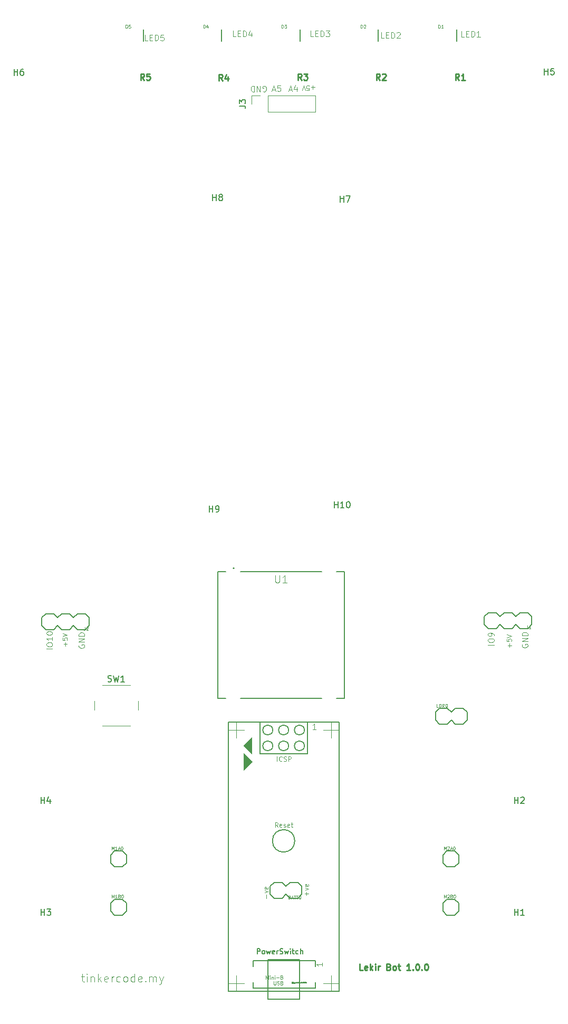
<source format=gbr>
%TF.GenerationSoftware,KiCad,Pcbnew,7.0.7*%
%TF.CreationDate,2024-02-07T22:59:59+08:00*%
%TF.ProjectId,lekirbotv2,6c656b69-7262-46f7-9476-322e6b696361,rev?*%
%TF.SameCoordinates,Original*%
%TF.FileFunction,Legend,Top*%
%TF.FilePolarity,Positive*%
%FSLAX46Y46*%
G04 Gerber Fmt 4.6, Leading zero omitted, Abs format (unit mm)*
G04 Created by KiCad (PCBNEW 7.0.7) date 2024-02-07 22:59:59*
%MOMM*%
%LPD*%
G01*
G04 APERTURE LIST*
%ADD10C,0.081280*%
%ADD11C,0.065024*%
%ADD12C,0.250000*%
%ADD13C,0.113792*%
%ADD14C,0.101600*%
%ADD15C,0.150000*%
%ADD16C,0.097536*%
%ADD17C,0.121920*%
%ADD18C,0.000508*%
%ADD19C,0.048768*%
%ADD20C,0.182880*%
%ADD21C,0.127000*%
%ADD22C,0.200000*%
%ADD23C,0.120000*%
%ADD24C,0.203200*%
%ADD25C,0.015875*%
G04 APERTURE END LIST*
D10*
X90655914Y-44266318D02*
X91101019Y-44266318D01*
X90566893Y-44533381D02*
X90878467Y-43598661D01*
X90878467Y-43598661D02*
X91190040Y-44533381D01*
X91946719Y-43598661D02*
X91501614Y-43598661D01*
X91501614Y-43598661D02*
X91457103Y-44043766D01*
X91457103Y-44043766D02*
X91501614Y-43999255D01*
X91501614Y-43999255D02*
X91590635Y-43954745D01*
X91590635Y-43954745D02*
X91813187Y-43954745D01*
X91813187Y-43954745D02*
X91902208Y-43999255D01*
X91902208Y-43999255D02*
X91946719Y-44043766D01*
X91946719Y-44043766D02*
X91991229Y-44132787D01*
X91991229Y-44132787D02*
X91991229Y-44355339D01*
X91991229Y-44355339D02*
X91946719Y-44444360D01*
X91946719Y-44444360D02*
X91902208Y-44488871D01*
X91902208Y-44488871D02*
X91813187Y-44533381D01*
X91813187Y-44533381D02*
X91590635Y-44533381D01*
X91590635Y-44533381D02*
X91501614Y-44488871D01*
X91501614Y-44488871D02*
X91457103Y-44444360D01*
D11*
X57431038Y-133501631D02*
X57431038Y-132931897D01*
X57715905Y-133216764D02*
X57146171Y-133216764D01*
X56968129Y-132219729D02*
X56968129Y-132575813D01*
X56968129Y-132575813D02*
X57324213Y-132611421D01*
X57324213Y-132611421D02*
X57288604Y-132575813D01*
X57288604Y-132575813D02*
X57252996Y-132504596D01*
X57252996Y-132504596D02*
X57252996Y-132326554D01*
X57252996Y-132326554D02*
X57288604Y-132255337D01*
X57288604Y-132255337D02*
X57324213Y-132219729D01*
X57324213Y-132219729D02*
X57395429Y-132184120D01*
X57395429Y-132184120D02*
X57573471Y-132184120D01*
X57573471Y-132184120D02*
X57644688Y-132219729D01*
X57644688Y-132219729D02*
X57680297Y-132255337D01*
X57680297Y-132255337D02*
X57715905Y-132326554D01*
X57715905Y-132326554D02*
X57715905Y-132504596D01*
X57715905Y-132504596D02*
X57680297Y-132575813D01*
X57680297Y-132575813D02*
X57644688Y-132611421D01*
X56968129Y-131970470D02*
X57715905Y-131721211D01*
X57715905Y-131721211D02*
X56968129Y-131471952D01*
D12*
X105171158Y-185520750D02*
X104694968Y-185520750D01*
X104694968Y-185520750D02*
X104694968Y-184520750D01*
X105885444Y-185473131D02*
X105790206Y-185520750D01*
X105790206Y-185520750D02*
X105599730Y-185520750D01*
X105599730Y-185520750D02*
X105504492Y-185473131D01*
X105504492Y-185473131D02*
X105456873Y-185377892D01*
X105456873Y-185377892D02*
X105456873Y-184996940D01*
X105456873Y-184996940D02*
X105504492Y-184901702D01*
X105504492Y-184901702D02*
X105599730Y-184854083D01*
X105599730Y-184854083D02*
X105790206Y-184854083D01*
X105790206Y-184854083D02*
X105885444Y-184901702D01*
X105885444Y-184901702D02*
X105933063Y-184996940D01*
X105933063Y-184996940D02*
X105933063Y-185092178D01*
X105933063Y-185092178D02*
X105456873Y-185187416D01*
X106361635Y-185520750D02*
X106361635Y-184520750D01*
X106456873Y-185139797D02*
X106742587Y-185520750D01*
X106742587Y-184854083D02*
X106361635Y-185235035D01*
X107171159Y-185520750D02*
X107171159Y-184854083D01*
X107171159Y-184520750D02*
X107123540Y-184568369D01*
X107123540Y-184568369D02*
X107171159Y-184615988D01*
X107171159Y-184615988D02*
X107218778Y-184568369D01*
X107218778Y-184568369D02*
X107171159Y-184520750D01*
X107171159Y-184520750D02*
X107171159Y-184615988D01*
X107647349Y-185520750D02*
X107647349Y-184854083D01*
X107647349Y-185044559D02*
X107694968Y-184949321D01*
X107694968Y-184949321D02*
X107742587Y-184901702D01*
X107742587Y-184901702D02*
X107837825Y-184854083D01*
X107837825Y-184854083D02*
X107933063Y-184854083D01*
X109361635Y-184996940D02*
X109504492Y-185044559D01*
X109504492Y-185044559D02*
X109552111Y-185092178D01*
X109552111Y-185092178D02*
X109599730Y-185187416D01*
X109599730Y-185187416D02*
X109599730Y-185330273D01*
X109599730Y-185330273D02*
X109552111Y-185425511D01*
X109552111Y-185425511D02*
X109504492Y-185473131D01*
X109504492Y-185473131D02*
X109409254Y-185520750D01*
X109409254Y-185520750D02*
X109028302Y-185520750D01*
X109028302Y-185520750D02*
X109028302Y-184520750D01*
X109028302Y-184520750D02*
X109361635Y-184520750D01*
X109361635Y-184520750D02*
X109456873Y-184568369D01*
X109456873Y-184568369D02*
X109504492Y-184615988D01*
X109504492Y-184615988D02*
X109552111Y-184711226D01*
X109552111Y-184711226D02*
X109552111Y-184806464D01*
X109552111Y-184806464D02*
X109504492Y-184901702D01*
X109504492Y-184901702D02*
X109456873Y-184949321D01*
X109456873Y-184949321D02*
X109361635Y-184996940D01*
X109361635Y-184996940D02*
X109028302Y-184996940D01*
X110171159Y-185520750D02*
X110075921Y-185473131D01*
X110075921Y-185473131D02*
X110028302Y-185425511D01*
X110028302Y-185425511D02*
X109980683Y-185330273D01*
X109980683Y-185330273D02*
X109980683Y-185044559D01*
X109980683Y-185044559D02*
X110028302Y-184949321D01*
X110028302Y-184949321D02*
X110075921Y-184901702D01*
X110075921Y-184901702D02*
X110171159Y-184854083D01*
X110171159Y-184854083D02*
X110314016Y-184854083D01*
X110314016Y-184854083D02*
X110409254Y-184901702D01*
X110409254Y-184901702D02*
X110456873Y-184949321D01*
X110456873Y-184949321D02*
X110504492Y-185044559D01*
X110504492Y-185044559D02*
X110504492Y-185330273D01*
X110504492Y-185330273D02*
X110456873Y-185425511D01*
X110456873Y-185425511D02*
X110409254Y-185473131D01*
X110409254Y-185473131D02*
X110314016Y-185520750D01*
X110314016Y-185520750D02*
X110171159Y-185520750D01*
X110790207Y-184854083D02*
X111171159Y-184854083D01*
X110933064Y-184520750D02*
X110933064Y-185377892D01*
X110933064Y-185377892D02*
X110980683Y-185473131D01*
X110980683Y-185473131D02*
X111075921Y-185520750D01*
X111075921Y-185520750D02*
X111171159Y-185520750D01*
X112790207Y-185520750D02*
X112218779Y-185520750D01*
X112504493Y-185520750D02*
X112504493Y-184520750D01*
X112504493Y-184520750D02*
X112409255Y-184663607D01*
X112409255Y-184663607D02*
X112314017Y-184758845D01*
X112314017Y-184758845D02*
X112218779Y-184806464D01*
X113218779Y-185425511D02*
X113266398Y-185473131D01*
X113266398Y-185473131D02*
X113218779Y-185520750D01*
X113218779Y-185520750D02*
X113171160Y-185473131D01*
X113171160Y-185473131D02*
X113218779Y-185425511D01*
X113218779Y-185425511D02*
X113218779Y-185520750D01*
X113885445Y-184520750D02*
X113980683Y-184520750D01*
X113980683Y-184520750D02*
X114075921Y-184568369D01*
X114075921Y-184568369D02*
X114123540Y-184615988D01*
X114123540Y-184615988D02*
X114171159Y-184711226D01*
X114171159Y-184711226D02*
X114218778Y-184901702D01*
X114218778Y-184901702D02*
X114218778Y-185139797D01*
X114218778Y-185139797D02*
X114171159Y-185330273D01*
X114171159Y-185330273D02*
X114123540Y-185425511D01*
X114123540Y-185425511D02*
X114075921Y-185473131D01*
X114075921Y-185473131D02*
X113980683Y-185520750D01*
X113980683Y-185520750D02*
X113885445Y-185520750D01*
X113885445Y-185520750D02*
X113790207Y-185473131D01*
X113790207Y-185473131D02*
X113742588Y-185425511D01*
X113742588Y-185425511D02*
X113694969Y-185330273D01*
X113694969Y-185330273D02*
X113647350Y-185139797D01*
X113647350Y-185139797D02*
X113647350Y-184901702D01*
X113647350Y-184901702D02*
X113694969Y-184711226D01*
X113694969Y-184711226D02*
X113742588Y-184615988D01*
X113742588Y-184615988D02*
X113790207Y-184568369D01*
X113790207Y-184568369D02*
X113885445Y-184520750D01*
X114647350Y-185425511D02*
X114694969Y-185473131D01*
X114694969Y-185473131D02*
X114647350Y-185520750D01*
X114647350Y-185520750D02*
X114599731Y-185473131D01*
X114599731Y-185473131D02*
X114647350Y-185425511D01*
X114647350Y-185425511D02*
X114647350Y-185520750D01*
X115314016Y-184520750D02*
X115409254Y-184520750D01*
X115409254Y-184520750D02*
X115504492Y-184568369D01*
X115504492Y-184568369D02*
X115552111Y-184615988D01*
X115552111Y-184615988D02*
X115599730Y-184711226D01*
X115599730Y-184711226D02*
X115647349Y-184901702D01*
X115647349Y-184901702D02*
X115647349Y-185139797D01*
X115647349Y-185139797D02*
X115599730Y-185330273D01*
X115599730Y-185330273D02*
X115552111Y-185425511D01*
X115552111Y-185425511D02*
X115504492Y-185473131D01*
X115504492Y-185473131D02*
X115409254Y-185520750D01*
X115409254Y-185520750D02*
X115314016Y-185520750D01*
X115314016Y-185520750D02*
X115218778Y-185473131D01*
X115218778Y-185473131D02*
X115171159Y-185425511D01*
X115171159Y-185425511D02*
X115123540Y-185330273D01*
X115123540Y-185330273D02*
X115075921Y-185139797D01*
X115075921Y-185139797D02*
X115075921Y-184901702D01*
X115075921Y-184901702D02*
X115123540Y-184711226D01*
X115123540Y-184711226D02*
X115171159Y-184615988D01*
X115171159Y-184615988D02*
X115218778Y-184568369D01*
X115218778Y-184568369D02*
X115314016Y-184520750D01*
D11*
X128728838Y-133704831D02*
X128728838Y-133135097D01*
X129013705Y-133419964D02*
X128443971Y-133419964D01*
X128265929Y-132422929D02*
X128265929Y-132779013D01*
X128265929Y-132779013D02*
X128622013Y-132814621D01*
X128622013Y-132814621D02*
X128586404Y-132779013D01*
X128586404Y-132779013D02*
X128550796Y-132707796D01*
X128550796Y-132707796D02*
X128550796Y-132529754D01*
X128550796Y-132529754D02*
X128586404Y-132458537D01*
X128586404Y-132458537D02*
X128622013Y-132422929D01*
X128622013Y-132422929D02*
X128693229Y-132387320D01*
X128693229Y-132387320D02*
X128871271Y-132387320D01*
X128871271Y-132387320D02*
X128942488Y-132422929D01*
X128942488Y-132422929D02*
X128978097Y-132458537D01*
X128978097Y-132458537D02*
X129013705Y-132529754D01*
X129013705Y-132529754D02*
X129013705Y-132707796D01*
X129013705Y-132707796D02*
X128978097Y-132779013D01*
X128978097Y-132779013D02*
X128942488Y-132814621D01*
X128265929Y-132173670D02*
X129013705Y-131924411D01*
X129013705Y-131924411D02*
X128265929Y-131675152D01*
D10*
X108591677Y-36025803D02*
X108146572Y-36025803D01*
X108146572Y-36025803D02*
X108146572Y-35091083D01*
X108903250Y-35536188D02*
X109214823Y-35536188D01*
X109348355Y-36025803D02*
X108903250Y-36025803D01*
X108903250Y-36025803D02*
X108903250Y-35091083D01*
X108903250Y-35091083D02*
X109348355Y-35091083D01*
X109748949Y-36025803D02*
X109748949Y-35091083D01*
X109748949Y-35091083D02*
X109971501Y-35091083D01*
X109971501Y-35091083D02*
X110105033Y-35135593D01*
X110105033Y-35135593D02*
X110194054Y-35224614D01*
X110194054Y-35224614D02*
X110238564Y-35313635D01*
X110238564Y-35313635D02*
X110283075Y-35491677D01*
X110283075Y-35491677D02*
X110283075Y-35625209D01*
X110283075Y-35625209D02*
X110238564Y-35803251D01*
X110238564Y-35803251D02*
X110194054Y-35892272D01*
X110194054Y-35892272D02*
X110105033Y-35981293D01*
X110105033Y-35981293D02*
X109971501Y-36025803D01*
X109971501Y-36025803D02*
X109748949Y-36025803D01*
X110639158Y-35180104D02*
X110683669Y-35135593D01*
X110683669Y-35135593D02*
X110772690Y-35091083D01*
X110772690Y-35091083D02*
X110995242Y-35091083D01*
X110995242Y-35091083D02*
X111084263Y-35135593D01*
X111084263Y-35135593D02*
X111128774Y-35180104D01*
X111128774Y-35180104D02*
X111173284Y-35269125D01*
X111173284Y-35269125D02*
X111173284Y-35358146D01*
X111173284Y-35358146D02*
X111128774Y-35491677D01*
X111128774Y-35491677D02*
X110594648Y-36025803D01*
X110594648Y-36025803D02*
X111173284Y-36025803D01*
D11*
X97442580Y-43914161D02*
X96872846Y-43914161D01*
X97157713Y-43629294D02*
X97157713Y-44199028D01*
X96160678Y-44377070D02*
X96516762Y-44377070D01*
X96516762Y-44377070D02*
X96552370Y-44020986D01*
X96552370Y-44020986D02*
X96516762Y-44056595D01*
X96516762Y-44056595D02*
X96445545Y-44092203D01*
X96445545Y-44092203D02*
X96267503Y-44092203D01*
X96267503Y-44092203D02*
X96196286Y-44056595D01*
X96196286Y-44056595D02*
X96160678Y-44020986D01*
X96160678Y-44020986D02*
X96125069Y-43949770D01*
X96125069Y-43949770D02*
X96125069Y-43771728D01*
X96125069Y-43771728D02*
X96160678Y-43700511D01*
X96160678Y-43700511D02*
X96196286Y-43664903D01*
X96196286Y-43664903D02*
X96267503Y-43629294D01*
X96267503Y-43629294D02*
X96445545Y-43629294D01*
X96445545Y-43629294D02*
X96516762Y-43664903D01*
X96516762Y-43664903D02*
X96552370Y-43700511D01*
X95911419Y-44377070D02*
X95662160Y-43629294D01*
X95662160Y-43629294D02*
X95412901Y-44377070D01*
X96140638Y-173532031D02*
X96140638Y-172962297D01*
X96425505Y-173247164D02*
X95855771Y-173247164D01*
X95926988Y-172677429D02*
X96425505Y-172499387D01*
X96425505Y-172499387D02*
X95926988Y-172321346D01*
X96389897Y-171751612D02*
X96425505Y-171822828D01*
X96425505Y-171822828D02*
X96425505Y-171965262D01*
X96425505Y-171965262D02*
X96389897Y-172036479D01*
X96389897Y-172036479D02*
X96318680Y-172072087D01*
X96318680Y-172072087D02*
X96033813Y-172072087D01*
X96033813Y-172072087D02*
X95962596Y-172036479D01*
X95962596Y-172036479D02*
X95926988Y-171965262D01*
X95926988Y-171965262D02*
X95926988Y-171822828D01*
X95926988Y-171822828D02*
X95962596Y-171751612D01*
X95962596Y-171751612D02*
X96033813Y-171716003D01*
X96033813Y-171716003D02*
X96105029Y-171716003D01*
X96105029Y-171716003D02*
X96176246Y-172072087D01*
D10*
X59595971Y-133337810D02*
X59551461Y-133426831D01*
X59551461Y-133426831D02*
X59551461Y-133560362D01*
X59551461Y-133560362D02*
X59595971Y-133693894D01*
X59595971Y-133693894D02*
X59684992Y-133782915D01*
X59684992Y-133782915D02*
X59774013Y-133827425D01*
X59774013Y-133827425D02*
X59952055Y-133871936D01*
X59952055Y-133871936D02*
X60085587Y-133871936D01*
X60085587Y-133871936D02*
X60263629Y-133827425D01*
X60263629Y-133827425D02*
X60352650Y-133782915D01*
X60352650Y-133782915D02*
X60441671Y-133693894D01*
X60441671Y-133693894D02*
X60486181Y-133560362D01*
X60486181Y-133560362D02*
X60486181Y-133471341D01*
X60486181Y-133471341D02*
X60441671Y-133337810D01*
X60441671Y-133337810D02*
X60397160Y-133293299D01*
X60397160Y-133293299D02*
X60085587Y-133293299D01*
X60085587Y-133293299D02*
X60085587Y-133471341D01*
X60486181Y-132892705D02*
X59551461Y-132892705D01*
X59551461Y-132892705D02*
X60486181Y-132358579D01*
X60486181Y-132358579D02*
X59551461Y-132358579D01*
X60486181Y-131913475D02*
X59551461Y-131913475D01*
X59551461Y-131913475D02*
X59551461Y-131690923D01*
X59551461Y-131690923D02*
X59595971Y-131557391D01*
X59595971Y-131557391D02*
X59684992Y-131468370D01*
X59684992Y-131468370D02*
X59774013Y-131423860D01*
X59774013Y-131423860D02*
X59952055Y-131379349D01*
X59952055Y-131379349D02*
X60085587Y-131379349D01*
X60085587Y-131379349D02*
X60263629Y-131423860D01*
X60263629Y-131423860D02*
X60352650Y-131468370D01*
X60352650Y-131468370D02*
X60441671Y-131557391D01*
X60441671Y-131557391D02*
X60486181Y-131690923D01*
X60486181Y-131690923D02*
X60486181Y-131913475D01*
D13*
X59940692Y-186531979D02*
X60439209Y-186531979D01*
X60127636Y-186095776D02*
X60127636Y-187217440D01*
X60127636Y-187217440D02*
X60189951Y-187342070D01*
X60189951Y-187342070D02*
X60314580Y-187404384D01*
X60314580Y-187404384D02*
X60439209Y-187404384D01*
X60875412Y-187404384D02*
X60875412Y-186531979D01*
X60875412Y-186095776D02*
X60813097Y-186158091D01*
X60813097Y-186158091D02*
X60875412Y-186220406D01*
X60875412Y-186220406D02*
X60937727Y-186158091D01*
X60937727Y-186158091D02*
X60875412Y-186095776D01*
X60875412Y-186095776D02*
X60875412Y-186220406D01*
X61498559Y-186531979D02*
X61498559Y-187404384D01*
X61498559Y-186656608D02*
X61560874Y-186594294D01*
X61560874Y-186594294D02*
X61685503Y-186531979D01*
X61685503Y-186531979D02*
X61872447Y-186531979D01*
X61872447Y-186531979D02*
X61997076Y-186594294D01*
X61997076Y-186594294D02*
X62059391Y-186718923D01*
X62059391Y-186718923D02*
X62059391Y-187404384D01*
X62682538Y-187404384D02*
X62682538Y-186095776D01*
X62807167Y-186905867D02*
X63181055Y-187404384D01*
X63181055Y-186531979D02*
X62682538Y-187030496D01*
X64240404Y-187342070D02*
X64115775Y-187404384D01*
X64115775Y-187404384D02*
X63866516Y-187404384D01*
X63866516Y-187404384D02*
X63741887Y-187342070D01*
X63741887Y-187342070D02*
X63679572Y-187217440D01*
X63679572Y-187217440D02*
X63679572Y-186718923D01*
X63679572Y-186718923D02*
X63741887Y-186594294D01*
X63741887Y-186594294D02*
X63866516Y-186531979D01*
X63866516Y-186531979D02*
X64115775Y-186531979D01*
X64115775Y-186531979D02*
X64240404Y-186594294D01*
X64240404Y-186594294D02*
X64302719Y-186718923D01*
X64302719Y-186718923D02*
X64302719Y-186843552D01*
X64302719Y-186843552D02*
X63679572Y-186968182D01*
X64863551Y-187404384D02*
X64863551Y-186531979D01*
X64863551Y-186781238D02*
X64925866Y-186656608D01*
X64925866Y-186656608D02*
X64988180Y-186594294D01*
X64988180Y-186594294D02*
X65112810Y-186531979D01*
X65112810Y-186531979D02*
X65237439Y-186531979D01*
X66234474Y-187342070D02*
X66109845Y-187404384D01*
X66109845Y-187404384D02*
X65860586Y-187404384D01*
X65860586Y-187404384D02*
X65735957Y-187342070D01*
X65735957Y-187342070D02*
X65673642Y-187279755D01*
X65673642Y-187279755D02*
X65611327Y-187155126D01*
X65611327Y-187155126D02*
X65611327Y-186781238D01*
X65611327Y-186781238D02*
X65673642Y-186656608D01*
X65673642Y-186656608D02*
X65735957Y-186594294D01*
X65735957Y-186594294D02*
X65860586Y-186531979D01*
X65860586Y-186531979D02*
X66109845Y-186531979D01*
X66109845Y-186531979D02*
X66234474Y-186594294D01*
X66982250Y-187404384D02*
X66857621Y-187342070D01*
X66857621Y-187342070D02*
X66795306Y-187279755D01*
X66795306Y-187279755D02*
X66732991Y-187155126D01*
X66732991Y-187155126D02*
X66732991Y-186781238D01*
X66732991Y-186781238D02*
X66795306Y-186656608D01*
X66795306Y-186656608D02*
X66857621Y-186594294D01*
X66857621Y-186594294D02*
X66982250Y-186531979D01*
X66982250Y-186531979D02*
X67169194Y-186531979D01*
X67169194Y-186531979D02*
X67293823Y-186594294D01*
X67293823Y-186594294D02*
X67356138Y-186656608D01*
X67356138Y-186656608D02*
X67418453Y-186781238D01*
X67418453Y-186781238D02*
X67418453Y-187155126D01*
X67418453Y-187155126D02*
X67356138Y-187279755D01*
X67356138Y-187279755D02*
X67293823Y-187342070D01*
X67293823Y-187342070D02*
X67169194Y-187404384D01*
X67169194Y-187404384D02*
X66982250Y-187404384D01*
X68540117Y-187404384D02*
X68540117Y-186095776D01*
X68540117Y-187342070D02*
X68415488Y-187404384D01*
X68415488Y-187404384D02*
X68166229Y-187404384D01*
X68166229Y-187404384D02*
X68041600Y-187342070D01*
X68041600Y-187342070D02*
X67979285Y-187279755D01*
X67979285Y-187279755D02*
X67916970Y-187155126D01*
X67916970Y-187155126D02*
X67916970Y-186781238D01*
X67916970Y-186781238D02*
X67979285Y-186656608D01*
X67979285Y-186656608D02*
X68041600Y-186594294D01*
X68041600Y-186594294D02*
X68166229Y-186531979D01*
X68166229Y-186531979D02*
X68415488Y-186531979D01*
X68415488Y-186531979D02*
X68540117Y-186594294D01*
X69661781Y-187342070D02*
X69537152Y-187404384D01*
X69537152Y-187404384D02*
X69287893Y-187404384D01*
X69287893Y-187404384D02*
X69163264Y-187342070D01*
X69163264Y-187342070D02*
X69100949Y-187217440D01*
X69100949Y-187217440D02*
X69100949Y-186718923D01*
X69100949Y-186718923D02*
X69163264Y-186594294D01*
X69163264Y-186594294D02*
X69287893Y-186531979D01*
X69287893Y-186531979D02*
X69537152Y-186531979D01*
X69537152Y-186531979D02*
X69661781Y-186594294D01*
X69661781Y-186594294D02*
X69724096Y-186718923D01*
X69724096Y-186718923D02*
X69724096Y-186843552D01*
X69724096Y-186843552D02*
X69100949Y-186968182D01*
X70284928Y-187279755D02*
X70347243Y-187342070D01*
X70347243Y-187342070D02*
X70284928Y-187404384D01*
X70284928Y-187404384D02*
X70222613Y-187342070D01*
X70222613Y-187342070D02*
X70284928Y-187279755D01*
X70284928Y-187279755D02*
X70284928Y-187404384D01*
X70908075Y-187404384D02*
X70908075Y-186531979D01*
X70908075Y-186656608D02*
X70970390Y-186594294D01*
X70970390Y-186594294D02*
X71095019Y-186531979D01*
X71095019Y-186531979D02*
X71281963Y-186531979D01*
X71281963Y-186531979D02*
X71406592Y-186594294D01*
X71406592Y-186594294D02*
X71468907Y-186718923D01*
X71468907Y-186718923D02*
X71468907Y-187404384D01*
X71468907Y-186718923D02*
X71531222Y-186594294D01*
X71531222Y-186594294D02*
X71655851Y-186531979D01*
X71655851Y-186531979D02*
X71842795Y-186531979D01*
X71842795Y-186531979D02*
X71967424Y-186594294D01*
X71967424Y-186594294D02*
X72029739Y-186718923D01*
X72029739Y-186718923D02*
X72029739Y-187404384D01*
X72528257Y-186531979D02*
X72839830Y-187404384D01*
X73151403Y-186531979D02*
X72839830Y-187404384D01*
X72839830Y-187404384D02*
X72715201Y-187715958D01*
X72715201Y-187715958D02*
X72652886Y-187778272D01*
X72652886Y-187778272D02*
X72528257Y-187840587D01*
D11*
X89649535Y-173976090D02*
X89649535Y-173406356D01*
X89435885Y-173121488D02*
X89934402Y-172943446D01*
X89934402Y-172943446D02*
X89435885Y-172765405D01*
X89898794Y-172195671D02*
X89934402Y-172266887D01*
X89934402Y-172266887D02*
X89934402Y-172409321D01*
X89934402Y-172409321D02*
X89898794Y-172480538D01*
X89898794Y-172480538D02*
X89827577Y-172516146D01*
X89827577Y-172516146D02*
X89542710Y-172516146D01*
X89542710Y-172516146D02*
X89471493Y-172480538D01*
X89471493Y-172480538D02*
X89435885Y-172409321D01*
X89435885Y-172409321D02*
X89435885Y-172266887D01*
X89435885Y-172266887D02*
X89471493Y-172195671D01*
X89471493Y-172195671D02*
X89542710Y-172160062D01*
X89542710Y-172160062D02*
X89613926Y-172160062D01*
X89613926Y-172160062D02*
X89685143Y-172516146D01*
D10*
X93322914Y-44266318D02*
X93768019Y-44266318D01*
X93233893Y-44533381D02*
X93545467Y-43598661D01*
X93545467Y-43598661D02*
X93857040Y-44533381D01*
X94569208Y-43910234D02*
X94569208Y-44533381D01*
X94346656Y-43554151D02*
X94124103Y-44221808D01*
X94124103Y-44221808D02*
X94702740Y-44221808D01*
X130766771Y-133261610D02*
X130722261Y-133350631D01*
X130722261Y-133350631D02*
X130722261Y-133484162D01*
X130722261Y-133484162D02*
X130766771Y-133617694D01*
X130766771Y-133617694D02*
X130855792Y-133706715D01*
X130855792Y-133706715D02*
X130944813Y-133751225D01*
X130944813Y-133751225D02*
X131122855Y-133795736D01*
X131122855Y-133795736D02*
X131256387Y-133795736D01*
X131256387Y-133795736D02*
X131434429Y-133751225D01*
X131434429Y-133751225D02*
X131523450Y-133706715D01*
X131523450Y-133706715D02*
X131612471Y-133617694D01*
X131612471Y-133617694D02*
X131656981Y-133484162D01*
X131656981Y-133484162D02*
X131656981Y-133395141D01*
X131656981Y-133395141D02*
X131612471Y-133261610D01*
X131612471Y-133261610D02*
X131567960Y-133217099D01*
X131567960Y-133217099D02*
X131256387Y-133217099D01*
X131256387Y-133217099D02*
X131256387Y-133395141D01*
X131656981Y-132816505D02*
X130722261Y-132816505D01*
X130722261Y-132816505D02*
X131656981Y-132282379D01*
X131656981Y-132282379D02*
X130722261Y-132282379D01*
X131656981Y-131837275D02*
X130722261Y-131837275D01*
X130722261Y-131837275D02*
X130722261Y-131614723D01*
X130722261Y-131614723D02*
X130766771Y-131481191D01*
X130766771Y-131481191D02*
X130855792Y-131392170D01*
X130855792Y-131392170D02*
X130944813Y-131347660D01*
X130944813Y-131347660D02*
X131122855Y-131303149D01*
X131122855Y-131303149D02*
X131256387Y-131303149D01*
X131256387Y-131303149D02*
X131434429Y-131347660D01*
X131434429Y-131347660D02*
X131523450Y-131392170D01*
X131523450Y-131392170D02*
X131612471Y-131481191D01*
X131612471Y-131481191D02*
X131656981Y-131614723D01*
X131656981Y-131614723D02*
X131656981Y-131837275D01*
X84795530Y-35770381D02*
X84350425Y-35770381D01*
X84350425Y-35770381D02*
X84350425Y-34835661D01*
X85107103Y-35280766D02*
X85418676Y-35280766D01*
X85552208Y-35770381D02*
X85107103Y-35770381D01*
X85107103Y-35770381D02*
X85107103Y-34835661D01*
X85107103Y-34835661D02*
X85552208Y-34835661D01*
X85952802Y-35770381D02*
X85952802Y-34835661D01*
X85952802Y-34835661D02*
X86175354Y-34835661D01*
X86175354Y-34835661D02*
X86308886Y-34880171D01*
X86308886Y-34880171D02*
X86397907Y-34969192D01*
X86397907Y-34969192D02*
X86442417Y-35058213D01*
X86442417Y-35058213D02*
X86486928Y-35236255D01*
X86486928Y-35236255D02*
X86486928Y-35369787D01*
X86486928Y-35369787D02*
X86442417Y-35547829D01*
X86442417Y-35547829D02*
X86397907Y-35636850D01*
X86397907Y-35636850D02*
X86308886Y-35725871D01*
X86308886Y-35725871D02*
X86175354Y-35770381D01*
X86175354Y-35770381D02*
X85952802Y-35770381D01*
X87288116Y-35147234D02*
X87288116Y-35770381D01*
X87065564Y-34791151D02*
X86843011Y-35458808D01*
X86843011Y-35458808D02*
X87421648Y-35458808D01*
X126221381Y-133344825D02*
X125286661Y-133344825D01*
X125286661Y-132721678D02*
X125286661Y-132543636D01*
X125286661Y-132543636D02*
X125331171Y-132454615D01*
X125331171Y-132454615D02*
X125420192Y-132365594D01*
X125420192Y-132365594D02*
X125598234Y-132321084D01*
X125598234Y-132321084D02*
X125909808Y-132321084D01*
X125909808Y-132321084D02*
X126087850Y-132365594D01*
X126087850Y-132365594D02*
X126176871Y-132454615D01*
X126176871Y-132454615D02*
X126221381Y-132543636D01*
X126221381Y-132543636D02*
X126221381Y-132721678D01*
X126221381Y-132721678D02*
X126176871Y-132810699D01*
X126176871Y-132810699D02*
X126087850Y-132899720D01*
X126087850Y-132899720D02*
X125909808Y-132944231D01*
X125909808Y-132944231D02*
X125598234Y-132944231D01*
X125598234Y-132944231D02*
X125420192Y-132899720D01*
X125420192Y-132899720D02*
X125331171Y-132810699D01*
X125331171Y-132810699D02*
X125286661Y-132721678D01*
X126221381Y-131875980D02*
X126221381Y-131697938D01*
X126221381Y-131697938D02*
X126176871Y-131608917D01*
X126176871Y-131608917D02*
X126132360Y-131564406D01*
X126132360Y-131564406D02*
X125998829Y-131475385D01*
X125998829Y-131475385D02*
X125820787Y-131430875D01*
X125820787Y-131430875D02*
X125464703Y-131430875D01*
X125464703Y-131430875D02*
X125375682Y-131475385D01*
X125375682Y-131475385D02*
X125331171Y-131519896D01*
X125331171Y-131519896D02*
X125286661Y-131608917D01*
X125286661Y-131608917D02*
X125286661Y-131786959D01*
X125286661Y-131786959D02*
X125331171Y-131875980D01*
X125331171Y-131875980D02*
X125375682Y-131920490D01*
X125375682Y-131920490D02*
X125464703Y-131965001D01*
X125464703Y-131965001D02*
X125687255Y-131965001D01*
X125687255Y-131965001D02*
X125776276Y-131920490D01*
X125776276Y-131920490D02*
X125820787Y-131875980D01*
X125820787Y-131875980D02*
X125865297Y-131786959D01*
X125865297Y-131786959D02*
X125865297Y-131608917D01*
X125865297Y-131608917D02*
X125820787Y-131519896D01*
X125820787Y-131519896D02*
X125776276Y-131475385D01*
X125776276Y-131475385D02*
X125687255Y-131430875D01*
X70647730Y-36418081D02*
X70202625Y-36418081D01*
X70202625Y-36418081D02*
X70202625Y-35483361D01*
X70959303Y-35928466D02*
X71270876Y-35928466D01*
X71404408Y-36418081D02*
X70959303Y-36418081D01*
X70959303Y-36418081D02*
X70959303Y-35483361D01*
X70959303Y-35483361D02*
X71404408Y-35483361D01*
X71805002Y-36418081D02*
X71805002Y-35483361D01*
X71805002Y-35483361D02*
X72027554Y-35483361D01*
X72027554Y-35483361D02*
X72161086Y-35527871D01*
X72161086Y-35527871D02*
X72250107Y-35616892D01*
X72250107Y-35616892D02*
X72294617Y-35705913D01*
X72294617Y-35705913D02*
X72339128Y-35883955D01*
X72339128Y-35883955D02*
X72339128Y-36017487D01*
X72339128Y-36017487D02*
X72294617Y-36195529D01*
X72294617Y-36195529D02*
X72250107Y-36284550D01*
X72250107Y-36284550D02*
X72161086Y-36373571D01*
X72161086Y-36373571D02*
X72027554Y-36418081D01*
X72027554Y-36418081D02*
X71805002Y-36418081D01*
X73184827Y-35483361D02*
X72739722Y-35483361D01*
X72739722Y-35483361D02*
X72695211Y-35928466D01*
X72695211Y-35928466D02*
X72739722Y-35883955D01*
X72739722Y-35883955D02*
X72828743Y-35839445D01*
X72828743Y-35839445D02*
X73051295Y-35839445D01*
X73051295Y-35839445D02*
X73140316Y-35883955D01*
X73140316Y-35883955D02*
X73184827Y-35928466D01*
X73184827Y-35928466D02*
X73229337Y-36017487D01*
X73229337Y-36017487D02*
X73229337Y-36240039D01*
X73229337Y-36240039D02*
X73184827Y-36329060D01*
X73184827Y-36329060D02*
X73140316Y-36373571D01*
X73140316Y-36373571D02*
X73051295Y-36418081D01*
X73051295Y-36418081D02*
X72828743Y-36418081D01*
X72828743Y-36418081D02*
X72739722Y-36373571D01*
X72739722Y-36373571D02*
X72695211Y-36329060D01*
X89150759Y-44568628D02*
X89239780Y-44613138D01*
X89239780Y-44613138D02*
X89373311Y-44613138D01*
X89373311Y-44613138D02*
X89506843Y-44568628D01*
X89506843Y-44568628D02*
X89595864Y-44479607D01*
X89595864Y-44479607D02*
X89640374Y-44390586D01*
X89640374Y-44390586D02*
X89684885Y-44212544D01*
X89684885Y-44212544D02*
X89684885Y-44079012D01*
X89684885Y-44079012D02*
X89640374Y-43900970D01*
X89640374Y-43900970D02*
X89595864Y-43811949D01*
X89595864Y-43811949D02*
X89506843Y-43722929D01*
X89506843Y-43722929D02*
X89373311Y-43678418D01*
X89373311Y-43678418D02*
X89284290Y-43678418D01*
X89284290Y-43678418D02*
X89150759Y-43722929D01*
X89150759Y-43722929D02*
X89106248Y-43767439D01*
X89106248Y-43767439D02*
X89106248Y-44079012D01*
X89106248Y-44079012D02*
X89284290Y-44079012D01*
X88705654Y-43678418D02*
X88705654Y-44613138D01*
X88705654Y-44613138D02*
X88171528Y-43678418D01*
X88171528Y-43678418D02*
X88171528Y-44613138D01*
X87726424Y-43678418D02*
X87726424Y-44613138D01*
X87726424Y-44613138D02*
X87503872Y-44613138D01*
X87503872Y-44613138D02*
X87370340Y-44568628D01*
X87370340Y-44568628D02*
X87281319Y-44479607D01*
X87281319Y-44479607D02*
X87236809Y-44390586D01*
X87236809Y-44390586D02*
X87192298Y-44212544D01*
X87192298Y-44212544D02*
X87192298Y-44079012D01*
X87192298Y-44079012D02*
X87236809Y-43900970D01*
X87236809Y-43900970D02*
X87281319Y-43811949D01*
X87281319Y-43811949D02*
X87370340Y-43722929D01*
X87370340Y-43722929D02*
X87503872Y-43678418D01*
X87503872Y-43678418D02*
X87726424Y-43678418D01*
X97241530Y-35770381D02*
X96796425Y-35770381D01*
X96796425Y-35770381D02*
X96796425Y-34835661D01*
X97553103Y-35280766D02*
X97864676Y-35280766D01*
X97998208Y-35770381D02*
X97553103Y-35770381D01*
X97553103Y-35770381D02*
X97553103Y-34835661D01*
X97553103Y-34835661D02*
X97998208Y-34835661D01*
X98398802Y-35770381D02*
X98398802Y-34835661D01*
X98398802Y-34835661D02*
X98621354Y-34835661D01*
X98621354Y-34835661D02*
X98754886Y-34880171D01*
X98754886Y-34880171D02*
X98843907Y-34969192D01*
X98843907Y-34969192D02*
X98888417Y-35058213D01*
X98888417Y-35058213D02*
X98932928Y-35236255D01*
X98932928Y-35236255D02*
X98932928Y-35369787D01*
X98932928Y-35369787D02*
X98888417Y-35547829D01*
X98888417Y-35547829D02*
X98843907Y-35636850D01*
X98843907Y-35636850D02*
X98754886Y-35725871D01*
X98754886Y-35725871D02*
X98621354Y-35770381D01*
X98621354Y-35770381D02*
X98398802Y-35770381D01*
X99244501Y-34835661D02*
X99823137Y-34835661D01*
X99823137Y-34835661D02*
X99511564Y-35191745D01*
X99511564Y-35191745D02*
X99645095Y-35191745D01*
X99645095Y-35191745D02*
X99734116Y-35236255D01*
X99734116Y-35236255D02*
X99778627Y-35280766D01*
X99778627Y-35280766D02*
X99823137Y-35369787D01*
X99823137Y-35369787D02*
X99823137Y-35592339D01*
X99823137Y-35592339D02*
X99778627Y-35681360D01*
X99778627Y-35681360D02*
X99734116Y-35725871D01*
X99734116Y-35725871D02*
X99645095Y-35770381D01*
X99645095Y-35770381D02*
X99378032Y-35770381D01*
X99378032Y-35770381D02*
X99289011Y-35725871D01*
X99289011Y-35725871D02*
X99244501Y-35681360D01*
X121444077Y-35797203D02*
X120998972Y-35797203D01*
X120998972Y-35797203D02*
X120998972Y-34862483D01*
X121755650Y-35307588D02*
X122067223Y-35307588D01*
X122200755Y-35797203D02*
X121755650Y-35797203D01*
X121755650Y-35797203D02*
X121755650Y-34862483D01*
X121755650Y-34862483D02*
X122200755Y-34862483D01*
X122601349Y-35797203D02*
X122601349Y-34862483D01*
X122601349Y-34862483D02*
X122823901Y-34862483D01*
X122823901Y-34862483D02*
X122957433Y-34906993D01*
X122957433Y-34906993D02*
X123046454Y-34996014D01*
X123046454Y-34996014D02*
X123090964Y-35085035D01*
X123090964Y-35085035D02*
X123135475Y-35263077D01*
X123135475Y-35263077D02*
X123135475Y-35396609D01*
X123135475Y-35396609D02*
X123090964Y-35574651D01*
X123090964Y-35574651D02*
X123046454Y-35663672D01*
X123046454Y-35663672D02*
X122957433Y-35752693D01*
X122957433Y-35752693D02*
X122823901Y-35797203D01*
X122823901Y-35797203D02*
X122601349Y-35797203D01*
X124025684Y-35797203D02*
X123491558Y-35797203D01*
X123758621Y-35797203D02*
X123758621Y-34862483D01*
X123758621Y-34862483D02*
X123669600Y-34996014D01*
X123669600Y-34996014D02*
X123580579Y-35085035D01*
X123580579Y-35085035D02*
X123491558Y-35129546D01*
X55329981Y-134005225D02*
X54395261Y-134005225D01*
X54395261Y-133382078D02*
X54395261Y-133204036D01*
X54395261Y-133204036D02*
X54439771Y-133115015D01*
X54439771Y-133115015D02*
X54528792Y-133025994D01*
X54528792Y-133025994D02*
X54706834Y-132981484D01*
X54706834Y-132981484D02*
X55018408Y-132981484D01*
X55018408Y-132981484D02*
X55196450Y-133025994D01*
X55196450Y-133025994D02*
X55285471Y-133115015D01*
X55285471Y-133115015D02*
X55329981Y-133204036D01*
X55329981Y-133204036D02*
X55329981Y-133382078D01*
X55329981Y-133382078D02*
X55285471Y-133471099D01*
X55285471Y-133471099D02*
X55196450Y-133560120D01*
X55196450Y-133560120D02*
X55018408Y-133604631D01*
X55018408Y-133604631D02*
X54706834Y-133604631D01*
X54706834Y-133604631D02*
X54528792Y-133560120D01*
X54528792Y-133560120D02*
X54439771Y-133471099D01*
X54439771Y-133471099D02*
X54395261Y-133382078D01*
X55329981Y-132091275D02*
X55329981Y-132625401D01*
X55329981Y-132358338D02*
X54395261Y-132358338D01*
X54395261Y-132358338D02*
X54528792Y-132447359D01*
X54528792Y-132447359D02*
X54617813Y-132536380D01*
X54617813Y-132536380D02*
X54662324Y-132625401D01*
X54395261Y-131512638D02*
X54395261Y-131423617D01*
X54395261Y-131423617D02*
X54439771Y-131334596D01*
X54439771Y-131334596D02*
X54484282Y-131290086D01*
X54484282Y-131290086D02*
X54573303Y-131245575D01*
X54573303Y-131245575D02*
X54751345Y-131201065D01*
X54751345Y-131201065D02*
X54973897Y-131201065D01*
X54973897Y-131201065D02*
X55151939Y-131245575D01*
X55151939Y-131245575D02*
X55240960Y-131290086D01*
X55240960Y-131290086D02*
X55285471Y-131334596D01*
X55285471Y-131334596D02*
X55329981Y-131423617D01*
X55329981Y-131423617D02*
X55329981Y-131512638D01*
X55329981Y-131512638D02*
X55285471Y-131601659D01*
X55285471Y-131601659D02*
X55240960Y-131646170D01*
X55240960Y-131646170D02*
X55151939Y-131690680D01*
X55151939Y-131690680D02*
X54973897Y-131735191D01*
X54973897Y-131735191D02*
X54751345Y-131735191D01*
X54751345Y-131735191D02*
X54573303Y-131690680D01*
X54573303Y-131690680D02*
X54484282Y-131646170D01*
X54484282Y-131646170D02*
X54439771Y-131601659D01*
X54439771Y-131601659D02*
X54395261Y-131512638D01*
D14*
X91125032Y-122203326D02*
X91125032Y-123149173D01*
X91125032Y-123149173D02*
X91180670Y-123260449D01*
X91180670Y-123260449D02*
X91236308Y-123316088D01*
X91236308Y-123316088D02*
X91347584Y-123371726D01*
X91347584Y-123371726D02*
X91570137Y-123371726D01*
X91570137Y-123371726D02*
X91681413Y-123316088D01*
X91681413Y-123316088D02*
X91737051Y-123260449D01*
X91737051Y-123260449D02*
X91792689Y-123149173D01*
X91792689Y-123149173D02*
X91792689Y-122203326D01*
X92961089Y-123371726D02*
X92293432Y-123371726D01*
X92627260Y-123371726D02*
X92627260Y-122203326D01*
X92627260Y-122203326D02*
X92515984Y-122370240D01*
X92515984Y-122370240D02*
X92404708Y-122481516D01*
X92404708Y-122481516D02*
X92293432Y-122537154D01*
D12*
X120610733Y-42738619D02*
X120277400Y-42262428D01*
X120039305Y-42738619D02*
X120039305Y-41738619D01*
X120039305Y-41738619D02*
X120420257Y-41738619D01*
X120420257Y-41738619D02*
X120515495Y-41786238D01*
X120515495Y-41786238D02*
X120563114Y-41833857D01*
X120563114Y-41833857D02*
X120610733Y-41929095D01*
X120610733Y-41929095D02*
X120610733Y-42071952D01*
X120610733Y-42071952D02*
X120563114Y-42167190D01*
X120563114Y-42167190D02*
X120515495Y-42214809D01*
X120515495Y-42214809D02*
X120420257Y-42262428D01*
X120420257Y-42262428D02*
X120039305Y-42262428D01*
X121563114Y-42738619D02*
X120991686Y-42738619D01*
X121277400Y-42738619D02*
X121277400Y-41738619D01*
X121277400Y-41738619D02*
X121182162Y-41881476D01*
X121182162Y-41881476D02*
X121086924Y-41976714D01*
X121086924Y-41976714D02*
X120991686Y-42024333D01*
X107910733Y-42738619D02*
X107577400Y-42262428D01*
X107339305Y-42738619D02*
X107339305Y-41738619D01*
X107339305Y-41738619D02*
X107720257Y-41738619D01*
X107720257Y-41738619D02*
X107815495Y-41786238D01*
X107815495Y-41786238D02*
X107863114Y-41833857D01*
X107863114Y-41833857D02*
X107910733Y-41929095D01*
X107910733Y-41929095D02*
X107910733Y-42071952D01*
X107910733Y-42071952D02*
X107863114Y-42167190D01*
X107863114Y-42167190D02*
X107815495Y-42214809D01*
X107815495Y-42214809D02*
X107720257Y-42262428D01*
X107720257Y-42262428D02*
X107339305Y-42262428D01*
X108291686Y-41833857D02*
X108339305Y-41786238D01*
X108339305Y-41786238D02*
X108434543Y-41738619D01*
X108434543Y-41738619D02*
X108672638Y-41738619D01*
X108672638Y-41738619D02*
X108767876Y-41786238D01*
X108767876Y-41786238D02*
X108815495Y-41833857D01*
X108815495Y-41833857D02*
X108863114Y-41929095D01*
X108863114Y-41929095D02*
X108863114Y-42024333D01*
X108863114Y-42024333D02*
X108815495Y-42167190D01*
X108815495Y-42167190D02*
X108244067Y-42738619D01*
X108244067Y-42738619D02*
X108863114Y-42738619D01*
D15*
X85331219Y-46890333D02*
X86045504Y-46890333D01*
X86045504Y-46890333D02*
X86188361Y-46937952D01*
X86188361Y-46937952D02*
X86283600Y-47033190D01*
X86283600Y-47033190D02*
X86331219Y-47176047D01*
X86331219Y-47176047D02*
X86331219Y-47271285D01*
X85331219Y-46509380D02*
X85331219Y-45890333D01*
X85331219Y-45890333D02*
X85712171Y-46223666D01*
X85712171Y-46223666D02*
X85712171Y-46080809D01*
X85712171Y-46080809D02*
X85759790Y-45985571D01*
X85759790Y-45985571D02*
X85807409Y-45937952D01*
X85807409Y-45937952D02*
X85902647Y-45890333D01*
X85902647Y-45890333D02*
X86140742Y-45890333D01*
X86140742Y-45890333D02*
X86235980Y-45937952D01*
X86235980Y-45937952D02*
X86283600Y-45985571D01*
X86283600Y-45985571D02*
X86331219Y-46080809D01*
X86331219Y-46080809D02*
X86331219Y-46366523D01*
X86331219Y-46366523D02*
X86283600Y-46461761D01*
X86283600Y-46461761D02*
X86235980Y-46509380D01*
X53505195Y-176708270D02*
X53505195Y-175708270D01*
X53505195Y-176184460D02*
X54076623Y-176184460D01*
X54076623Y-176708270D02*
X54076623Y-175708270D01*
X54457576Y-175708270D02*
X55076623Y-175708270D01*
X55076623Y-175708270D02*
X54743290Y-176089222D01*
X54743290Y-176089222D02*
X54886147Y-176089222D01*
X54886147Y-176089222D02*
X54981385Y-176136841D01*
X54981385Y-176136841D02*
X55029004Y-176184460D01*
X55029004Y-176184460D02*
X55076623Y-176279698D01*
X55076623Y-176279698D02*
X55076623Y-176517793D01*
X55076623Y-176517793D02*
X55029004Y-176613031D01*
X55029004Y-176613031D02*
X54981385Y-176660651D01*
X54981385Y-176660651D02*
X54886147Y-176708270D01*
X54886147Y-176708270D02*
X54600433Y-176708270D01*
X54600433Y-176708270D02*
X54505195Y-176660651D01*
X54505195Y-176660651D02*
X54457576Y-176613031D01*
D16*
X131609832Y-130272449D02*
X131609832Y-130638209D01*
X131609832Y-130638209D02*
X131585448Y-130711361D01*
X131585448Y-130711361D02*
X131536680Y-130760129D01*
X131536680Y-130760129D02*
X131463528Y-130784513D01*
X131463528Y-130784513D02*
X131414760Y-130784513D01*
X132121896Y-130784513D02*
X131829288Y-130784513D01*
X131975592Y-130784513D02*
X131975592Y-130272449D01*
X131975592Y-130272449D02*
X131926824Y-130345601D01*
X131926824Y-130345601D02*
X131878056Y-130394369D01*
X131878056Y-130394369D02*
X131829288Y-130418753D01*
X104850021Y-34405211D02*
X104850021Y-33893147D01*
X104850021Y-33893147D02*
X104971941Y-33893147D01*
X104971941Y-33893147D02*
X105045093Y-33917531D01*
X105045093Y-33917531D02*
X105093861Y-33966299D01*
X105093861Y-33966299D02*
X105118245Y-34015067D01*
X105118245Y-34015067D02*
X105142629Y-34112603D01*
X105142629Y-34112603D02*
X105142629Y-34185755D01*
X105142629Y-34185755D02*
X105118245Y-34283291D01*
X105118245Y-34283291D02*
X105093861Y-34332059D01*
X105093861Y-34332059D02*
X105045093Y-34380827D01*
X105045093Y-34380827D02*
X104971941Y-34405211D01*
X104971941Y-34405211D02*
X104850021Y-34405211D01*
X105337701Y-33941915D02*
X105362085Y-33917531D01*
X105362085Y-33917531D02*
X105410853Y-33893147D01*
X105410853Y-33893147D02*
X105532773Y-33893147D01*
X105532773Y-33893147D02*
X105581541Y-33917531D01*
X105581541Y-33917531D02*
X105605925Y-33941915D01*
X105605925Y-33941915D02*
X105630309Y-33990683D01*
X105630309Y-33990683D02*
X105630309Y-34039451D01*
X105630309Y-34039451D02*
X105605925Y-34112603D01*
X105605925Y-34112603D02*
X105313317Y-34405211D01*
X105313317Y-34405211D02*
X105630309Y-34405211D01*
X64854488Y-166199813D02*
X64854488Y-165687749D01*
X64854488Y-165687749D02*
X65025176Y-166053509D01*
X65025176Y-166053509D02*
X65195864Y-165687749D01*
X65195864Y-165687749D02*
X65195864Y-166199813D01*
X65707928Y-166199813D02*
X65415320Y-166199813D01*
X65561624Y-166199813D02*
X65561624Y-165687749D01*
X65561624Y-165687749D02*
X65512856Y-165760901D01*
X65512856Y-165760901D02*
X65464088Y-165809669D01*
X65464088Y-165809669D02*
X65415320Y-165834053D01*
X65903000Y-166053509D02*
X66146840Y-166053509D01*
X65854232Y-166199813D02*
X66024920Y-165687749D01*
X66024920Y-165687749D02*
X66195608Y-166199813D01*
X66463832Y-165687749D02*
X66512600Y-165687749D01*
X66512600Y-165687749D02*
X66561368Y-165712133D01*
X66561368Y-165712133D02*
X66585752Y-165736517D01*
X66585752Y-165736517D02*
X66610136Y-165785285D01*
X66610136Y-165785285D02*
X66634520Y-165882821D01*
X66634520Y-165882821D02*
X66634520Y-166004741D01*
X66634520Y-166004741D02*
X66610136Y-166102277D01*
X66610136Y-166102277D02*
X66585752Y-166151045D01*
X66585752Y-166151045D02*
X66561368Y-166175429D01*
X66561368Y-166175429D02*
X66512600Y-166199813D01*
X66512600Y-166199813D02*
X66463832Y-166199813D01*
X66463832Y-166199813D02*
X66415064Y-166175429D01*
X66415064Y-166175429D02*
X66390680Y-166151045D01*
X66390680Y-166151045D02*
X66366296Y-166102277D01*
X66366296Y-166102277D02*
X66341912Y-166004741D01*
X66341912Y-166004741D02*
X66341912Y-165882821D01*
X66341912Y-165882821D02*
X66366296Y-165785285D01*
X66366296Y-165785285D02*
X66390680Y-165736517D01*
X66390680Y-165736517D02*
X66415064Y-165712133D01*
X66415064Y-165712133D02*
X66463832Y-165687749D01*
X60591432Y-130450249D02*
X60591432Y-130816009D01*
X60591432Y-130816009D02*
X60567048Y-130889161D01*
X60567048Y-130889161D02*
X60518280Y-130937929D01*
X60518280Y-130937929D02*
X60445128Y-130962313D01*
X60445128Y-130962313D02*
X60396360Y-130962313D01*
X60810888Y-130499017D02*
X60835272Y-130474633D01*
X60835272Y-130474633D02*
X60884040Y-130450249D01*
X60884040Y-130450249D02*
X61005960Y-130450249D01*
X61005960Y-130450249D02*
X61054728Y-130474633D01*
X61054728Y-130474633D02*
X61079112Y-130499017D01*
X61079112Y-130499017D02*
X61103496Y-130547785D01*
X61103496Y-130547785D02*
X61103496Y-130596553D01*
X61103496Y-130596553D02*
X61079112Y-130669705D01*
X61079112Y-130669705D02*
X60786504Y-130962313D01*
X60786504Y-130962313D02*
X61103496Y-130962313D01*
D15*
X53505195Y-158750470D02*
X53505195Y-157750470D01*
X53505195Y-158226660D02*
X54076623Y-158226660D01*
X54076623Y-158750470D02*
X54076623Y-157750470D01*
X54981385Y-158083803D02*
X54981385Y-158750470D01*
X54743290Y-157702851D02*
X54505195Y-158417136D01*
X54505195Y-158417136D02*
X55124242Y-158417136D01*
D17*
X117318646Y-34398636D02*
X117318646Y-33910956D01*
X117318646Y-33910956D02*
X117434760Y-33910956D01*
X117434760Y-33910956D02*
X117504429Y-33934179D01*
X117504429Y-33934179D02*
X117550874Y-33980625D01*
X117550874Y-33980625D02*
X117574097Y-34027071D01*
X117574097Y-34027071D02*
X117597320Y-34119962D01*
X117597320Y-34119962D02*
X117597320Y-34189631D01*
X117597320Y-34189631D02*
X117574097Y-34282522D01*
X117574097Y-34282522D02*
X117550874Y-34328968D01*
X117550874Y-34328968D02*
X117504429Y-34375414D01*
X117504429Y-34375414D02*
X117434760Y-34398636D01*
X117434760Y-34398636D02*
X117318646Y-34398636D01*
X118061777Y-34398636D02*
X117783103Y-34398636D01*
X117922440Y-34398636D02*
X117922440Y-33910956D01*
X117922440Y-33910956D02*
X117875994Y-33980625D01*
X117875994Y-33980625D02*
X117829549Y-34027071D01*
X117829549Y-34027071D02*
X117783103Y-34050294D01*
D15*
X64251067Y-139212051D02*
X64393924Y-139259670D01*
X64393924Y-139259670D02*
X64632019Y-139259670D01*
X64632019Y-139259670D02*
X64727257Y-139212051D01*
X64727257Y-139212051D02*
X64774876Y-139164431D01*
X64774876Y-139164431D02*
X64822495Y-139069193D01*
X64822495Y-139069193D02*
X64822495Y-138973955D01*
X64822495Y-138973955D02*
X64774876Y-138878717D01*
X64774876Y-138878717D02*
X64727257Y-138831098D01*
X64727257Y-138831098D02*
X64632019Y-138783479D01*
X64632019Y-138783479D02*
X64441543Y-138735860D01*
X64441543Y-138735860D02*
X64346305Y-138688241D01*
X64346305Y-138688241D02*
X64298686Y-138640622D01*
X64298686Y-138640622D02*
X64251067Y-138545384D01*
X64251067Y-138545384D02*
X64251067Y-138450146D01*
X64251067Y-138450146D02*
X64298686Y-138354908D01*
X64298686Y-138354908D02*
X64346305Y-138307289D01*
X64346305Y-138307289D02*
X64441543Y-138259670D01*
X64441543Y-138259670D02*
X64679638Y-138259670D01*
X64679638Y-138259670D02*
X64822495Y-138307289D01*
X65155829Y-138259670D02*
X65393924Y-139259670D01*
X65393924Y-139259670D02*
X65584400Y-138545384D01*
X65584400Y-138545384D02*
X65774876Y-139259670D01*
X65774876Y-139259670D02*
X66012972Y-138259670D01*
X66917733Y-139259670D02*
X66346305Y-139259670D01*
X66632019Y-139259670D02*
X66632019Y-138259670D01*
X66632019Y-138259670D02*
X66536781Y-138402527D01*
X66536781Y-138402527D02*
X66441543Y-138497765D01*
X66441543Y-138497765D02*
X66346305Y-138545384D01*
D16*
X79581648Y-34405211D02*
X79581648Y-33893147D01*
X79581648Y-33893147D02*
X79703568Y-33893147D01*
X79703568Y-33893147D02*
X79776720Y-33917531D01*
X79776720Y-33917531D02*
X79825488Y-33966299D01*
X79825488Y-33966299D02*
X79849872Y-34015067D01*
X79849872Y-34015067D02*
X79874256Y-34112603D01*
X79874256Y-34112603D02*
X79874256Y-34185755D01*
X79874256Y-34185755D02*
X79849872Y-34283291D01*
X79849872Y-34283291D02*
X79825488Y-34332059D01*
X79825488Y-34332059D02*
X79776720Y-34380827D01*
X79776720Y-34380827D02*
X79703568Y-34405211D01*
X79703568Y-34405211D02*
X79581648Y-34405211D01*
X80313168Y-34063835D02*
X80313168Y-34405211D01*
X80191248Y-33868763D02*
X80069328Y-34234523D01*
X80069328Y-34234523D02*
X80386320Y-34234523D01*
D15*
X134315695Y-41897419D02*
X134315695Y-40897419D01*
X134315695Y-41373609D02*
X134887123Y-41373609D01*
X134887123Y-41897419D02*
X134887123Y-40897419D01*
X135839504Y-40897419D02*
X135363314Y-40897419D01*
X135363314Y-40897419D02*
X135315695Y-41373609D01*
X135315695Y-41373609D02*
X135363314Y-41325990D01*
X135363314Y-41325990D02*
X135458552Y-41278371D01*
X135458552Y-41278371D02*
X135696647Y-41278371D01*
X135696647Y-41278371D02*
X135791885Y-41325990D01*
X135791885Y-41325990D02*
X135839504Y-41373609D01*
X135839504Y-41373609D02*
X135887123Y-41468847D01*
X135887123Y-41468847D02*
X135887123Y-41706942D01*
X135887123Y-41706942D02*
X135839504Y-41802180D01*
X135839504Y-41802180D02*
X135791885Y-41849800D01*
X135791885Y-41849800D02*
X135696647Y-41897419D01*
X135696647Y-41897419D02*
X135458552Y-41897419D01*
X135458552Y-41897419D02*
X135363314Y-41849800D01*
X135363314Y-41849800D02*
X135315695Y-41802180D01*
D16*
X117270328Y-143332113D02*
X117026488Y-143332113D01*
X117026488Y-143332113D02*
X117026488Y-142820049D01*
X117441016Y-143332113D02*
X117441016Y-142820049D01*
X117441016Y-142820049D02*
X117562936Y-142820049D01*
X117562936Y-142820049D02*
X117636088Y-142844433D01*
X117636088Y-142844433D02*
X117684856Y-142893201D01*
X117684856Y-142893201D02*
X117709240Y-142941969D01*
X117709240Y-142941969D02*
X117733624Y-143039505D01*
X117733624Y-143039505D02*
X117733624Y-143112657D01*
X117733624Y-143112657D02*
X117709240Y-143210193D01*
X117709240Y-143210193D02*
X117684856Y-143258961D01*
X117684856Y-143258961D02*
X117636088Y-143307729D01*
X117636088Y-143307729D02*
X117562936Y-143332113D01*
X117562936Y-143332113D02*
X117441016Y-143332113D01*
X118245688Y-143332113D02*
X118075000Y-143088273D01*
X117953080Y-143332113D02*
X117953080Y-142820049D01*
X117953080Y-142820049D02*
X118148152Y-142820049D01*
X118148152Y-142820049D02*
X118196920Y-142844433D01*
X118196920Y-142844433D02*
X118221304Y-142868817D01*
X118221304Y-142868817D02*
X118245688Y-142917585D01*
X118245688Y-142917585D02*
X118245688Y-142990737D01*
X118245688Y-142990737D02*
X118221304Y-143039505D01*
X118221304Y-143039505D02*
X118196920Y-143063889D01*
X118196920Y-143063889D02*
X118148152Y-143088273D01*
X118148152Y-143088273D02*
X117953080Y-143088273D01*
X118562680Y-142820049D02*
X118611448Y-142820049D01*
X118611448Y-142820049D02*
X118660216Y-142844433D01*
X118660216Y-142844433D02*
X118684600Y-142868817D01*
X118684600Y-142868817D02*
X118708984Y-142917585D01*
X118708984Y-142917585D02*
X118733368Y-143015121D01*
X118733368Y-143015121D02*
X118733368Y-143137041D01*
X118733368Y-143137041D02*
X118708984Y-143234577D01*
X118708984Y-143234577D02*
X118684600Y-143283345D01*
X118684600Y-143283345D02*
X118660216Y-143307729D01*
X118660216Y-143307729D02*
X118611448Y-143332113D01*
X118611448Y-143332113D02*
X118562680Y-143332113D01*
X118562680Y-143332113D02*
X118513912Y-143307729D01*
X118513912Y-143307729D02*
X118489528Y-143283345D01*
X118489528Y-143283345D02*
X118465144Y-143234577D01*
X118465144Y-143234577D02*
X118440760Y-143137041D01*
X118440760Y-143137041D02*
X118440760Y-143015121D01*
X118440760Y-143015121D02*
X118465144Y-142917585D01*
X118465144Y-142917585D02*
X118489528Y-142868817D01*
X118489528Y-142868817D02*
X118513912Y-142844433D01*
X118513912Y-142844433D02*
X118562680Y-142820049D01*
X93386905Y-173797896D02*
X93460057Y-173822280D01*
X93460057Y-173822280D02*
X93484441Y-173846664D01*
X93484441Y-173846664D02*
X93508825Y-173895432D01*
X93508825Y-173895432D02*
X93508825Y-173968584D01*
X93508825Y-173968584D02*
X93484441Y-174017352D01*
X93484441Y-174017352D02*
X93460057Y-174041736D01*
X93460057Y-174041736D02*
X93411289Y-174066120D01*
X93411289Y-174066120D02*
X93216217Y-174066120D01*
X93216217Y-174066120D02*
X93216217Y-173554056D01*
X93216217Y-173554056D02*
X93386905Y-173554056D01*
X93386905Y-173554056D02*
X93435673Y-173578440D01*
X93435673Y-173578440D02*
X93460057Y-173602824D01*
X93460057Y-173602824D02*
X93484441Y-173651592D01*
X93484441Y-173651592D02*
X93484441Y-173700360D01*
X93484441Y-173700360D02*
X93460057Y-173749128D01*
X93460057Y-173749128D02*
X93435673Y-173773512D01*
X93435673Y-173773512D02*
X93386905Y-173797896D01*
X93386905Y-173797896D02*
X93216217Y-173797896D01*
X93703897Y-173919816D02*
X93947737Y-173919816D01*
X93655129Y-174066120D02*
X93825817Y-173554056D01*
X93825817Y-173554056D02*
X93996505Y-174066120D01*
X94094041Y-173554056D02*
X94386649Y-173554056D01*
X94240345Y-174066120D02*
X94240345Y-173554056D01*
X94484185Y-173554056D02*
X94776793Y-173554056D01*
X94630489Y-174066120D02*
X94630489Y-173554056D01*
X95045017Y-173554056D02*
X95093785Y-173554056D01*
X95093785Y-173554056D02*
X95142553Y-173578440D01*
X95142553Y-173578440D02*
X95166937Y-173602824D01*
X95166937Y-173602824D02*
X95191321Y-173651592D01*
X95191321Y-173651592D02*
X95215705Y-173749128D01*
X95215705Y-173749128D02*
X95215705Y-173871048D01*
X95215705Y-173871048D02*
X95191321Y-173968584D01*
X95191321Y-173968584D02*
X95166937Y-174017352D01*
X95166937Y-174017352D02*
X95142553Y-174041736D01*
X95142553Y-174041736D02*
X95093785Y-174066120D01*
X95093785Y-174066120D02*
X95045017Y-174066120D01*
X95045017Y-174066120D02*
X94996249Y-174041736D01*
X94996249Y-174041736D02*
X94971865Y-174017352D01*
X94971865Y-174017352D02*
X94947481Y-173968584D01*
X94947481Y-173968584D02*
X94923097Y-173871048D01*
X94923097Y-173871048D02*
X94923097Y-173749128D01*
X94923097Y-173749128D02*
X94947481Y-173651592D01*
X94947481Y-173651592D02*
X94971865Y-173602824D01*
X94971865Y-173602824D02*
X94996249Y-173578440D01*
X94996249Y-173578440D02*
X95045017Y-173554056D01*
X92154645Y-34405211D02*
X92154645Y-33893147D01*
X92154645Y-33893147D02*
X92276565Y-33893147D01*
X92276565Y-33893147D02*
X92349717Y-33917531D01*
X92349717Y-33917531D02*
X92398485Y-33966299D01*
X92398485Y-33966299D02*
X92422869Y-34015067D01*
X92422869Y-34015067D02*
X92447253Y-34112603D01*
X92447253Y-34112603D02*
X92447253Y-34185755D01*
X92447253Y-34185755D02*
X92422869Y-34283291D01*
X92422869Y-34283291D02*
X92398485Y-34332059D01*
X92398485Y-34332059D02*
X92349717Y-34380827D01*
X92349717Y-34380827D02*
X92276565Y-34405211D01*
X92276565Y-34405211D02*
X92154645Y-34405211D01*
X92617941Y-33893147D02*
X92934933Y-33893147D01*
X92934933Y-33893147D02*
X92764245Y-34088219D01*
X92764245Y-34088219D02*
X92837397Y-34088219D01*
X92837397Y-34088219D02*
X92886165Y-34112603D01*
X92886165Y-34112603D02*
X92910549Y-34136987D01*
X92910549Y-34136987D02*
X92934933Y-34185755D01*
X92934933Y-34185755D02*
X92934933Y-34307675D01*
X92934933Y-34307675D02*
X92910549Y-34356443D01*
X92910549Y-34356443D02*
X92886165Y-34380827D01*
X92886165Y-34380827D02*
X92837397Y-34405211D01*
X92837397Y-34405211D02*
X92691093Y-34405211D01*
X92691093Y-34405211D02*
X92642325Y-34380827D01*
X92642325Y-34380827D02*
X92617941Y-34356443D01*
D12*
X70064733Y-42738619D02*
X69731400Y-42262428D01*
X69493305Y-42738619D02*
X69493305Y-41738619D01*
X69493305Y-41738619D02*
X69874257Y-41738619D01*
X69874257Y-41738619D02*
X69969495Y-41786238D01*
X69969495Y-41786238D02*
X70017114Y-41833857D01*
X70017114Y-41833857D02*
X70064733Y-41929095D01*
X70064733Y-41929095D02*
X70064733Y-42071952D01*
X70064733Y-42071952D02*
X70017114Y-42167190D01*
X70017114Y-42167190D02*
X69969495Y-42214809D01*
X69969495Y-42214809D02*
X69874257Y-42262428D01*
X69874257Y-42262428D02*
X69493305Y-42262428D01*
X70969495Y-41738619D02*
X70493305Y-41738619D01*
X70493305Y-41738619D02*
X70445686Y-42214809D01*
X70445686Y-42214809D02*
X70493305Y-42167190D01*
X70493305Y-42167190D02*
X70588543Y-42119571D01*
X70588543Y-42119571D02*
X70826638Y-42119571D01*
X70826638Y-42119571D02*
X70921876Y-42167190D01*
X70921876Y-42167190D02*
X70969495Y-42214809D01*
X70969495Y-42214809D02*
X71017114Y-42310047D01*
X71017114Y-42310047D02*
X71017114Y-42548142D01*
X71017114Y-42548142D02*
X70969495Y-42643380D01*
X70969495Y-42643380D02*
X70921876Y-42691000D01*
X70921876Y-42691000D02*
X70826638Y-42738619D01*
X70826638Y-42738619D02*
X70588543Y-42738619D01*
X70588543Y-42738619D02*
X70493305Y-42691000D01*
X70493305Y-42691000D02*
X70445686Y-42643380D01*
D18*
X93731523Y-187428437D02*
X93760262Y-187428437D01*
X93745892Y-187478729D02*
X93745892Y-187428437D01*
X93777026Y-187478729D02*
X93777026Y-187428437D01*
X93798580Y-187478729D02*
X93798580Y-187452386D01*
X93798580Y-187452386D02*
X93796185Y-187447596D01*
X93796185Y-187447596D02*
X93791395Y-187445201D01*
X93791395Y-187445201D02*
X93784210Y-187445201D01*
X93784210Y-187445201D02*
X93779421Y-187447596D01*
X93779421Y-187447596D02*
X93777026Y-187449991D01*
X93822528Y-187478729D02*
X93822528Y-187445201D01*
X93822528Y-187428437D02*
X93820133Y-187430832D01*
X93820133Y-187430832D02*
X93822528Y-187433227D01*
X93822528Y-187433227D02*
X93824923Y-187430832D01*
X93824923Y-187430832D02*
X93822528Y-187428437D01*
X93822528Y-187428437D02*
X93822528Y-187433227D01*
X93844082Y-187476335D02*
X93848872Y-187478729D01*
X93848872Y-187478729D02*
X93858451Y-187478729D01*
X93858451Y-187478729D02*
X93863241Y-187476335D01*
X93863241Y-187476335D02*
X93865636Y-187471545D01*
X93865636Y-187471545D02*
X93865636Y-187469150D01*
X93865636Y-187469150D02*
X93863241Y-187464360D01*
X93863241Y-187464360D02*
X93858451Y-187461965D01*
X93858451Y-187461965D02*
X93851267Y-187461965D01*
X93851267Y-187461965D02*
X93846477Y-187459571D01*
X93846477Y-187459571D02*
X93844082Y-187454781D01*
X93844082Y-187454781D02*
X93844082Y-187452386D01*
X93844082Y-187452386D02*
X93846477Y-187447596D01*
X93846477Y-187447596D02*
X93851267Y-187445201D01*
X93851267Y-187445201D02*
X93858451Y-187445201D01*
X93858451Y-187445201D02*
X93863241Y-187447596D01*
X93932692Y-187478729D02*
X93927903Y-187476335D01*
X93927903Y-187476335D02*
X93925508Y-187471545D01*
X93925508Y-187471545D02*
X93925508Y-187428437D01*
X93951851Y-187478729D02*
X93951851Y-187445201D01*
X93951851Y-187428437D02*
X93949456Y-187430832D01*
X93949456Y-187430832D02*
X93951851Y-187433227D01*
X93951851Y-187433227D02*
X93954246Y-187430832D01*
X93954246Y-187430832D02*
X93951851Y-187428437D01*
X93951851Y-187428437D02*
X93951851Y-187433227D01*
X93975800Y-187478729D02*
X93975800Y-187428437D01*
X93975800Y-187447596D02*
X93980590Y-187445201D01*
X93980590Y-187445201D02*
X93990169Y-187445201D01*
X93990169Y-187445201D02*
X93994959Y-187447596D01*
X93994959Y-187447596D02*
X93997354Y-187449991D01*
X93997354Y-187449991D02*
X93999748Y-187454781D01*
X93999748Y-187454781D02*
X93999748Y-187469150D01*
X93999748Y-187469150D02*
X93997354Y-187473940D01*
X93997354Y-187473940D02*
X93994959Y-187476335D01*
X93994959Y-187476335D02*
X93990169Y-187478729D01*
X93990169Y-187478729D02*
X93980590Y-187478729D01*
X93980590Y-187478729D02*
X93975800Y-187476335D01*
X94021302Y-187478729D02*
X94021302Y-187445201D01*
X94021302Y-187454781D02*
X94023697Y-187449991D01*
X94023697Y-187449991D02*
X94026092Y-187447596D01*
X94026092Y-187447596D02*
X94030881Y-187445201D01*
X94030881Y-187445201D02*
X94035671Y-187445201D01*
X94073989Y-187478729D02*
X94073989Y-187452386D01*
X94073989Y-187452386D02*
X94071594Y-187447596D01*
X94071594Y-187447596D02*
X94066804Y-187445201D01*
X94066804Y-187445201D02*
X94057225Y-187445201D01*
X94057225Y-187445201D02*
X94052435Y-187447596D01*
X94073989Y-187476335D02*
X94069199Y-187478729D01*
X94069199Y-187478729D02*
X94057225Y-187478729D01*
X94057225Y-187478729D02*
X94052435Y-187476335D01*
X94052435Y-187476335D02*
X94050040Y-187471545D01*
X94050040Y-187471545D02*
X94050040Y-187466755D01*
X94050040Y-187466755D02*
X94052435Y-187461965D01*
X94052435Y-187461965D02*
X94057225Y-187459571D01*
X94057225Y-187459571D02*
X94069199Y-187459571D01*
X94069199Y-187459571D02*
X94073989Y-187457176D01*
X94097937Y-187478729D02*
X94097937Y-187445201D01*
X94097937Y-187454781D02*
X94100332Y-187449991D01*
X94100332Y-187449991D02*
X94102727Y-187447596D01*
X94102727Y-187447596D02*
X94107516Y-187445201D01*
X94107516Y-187445201D02*
X94112306Y-187445201D01*
X94124280Y-187445201D02*
X94136254Y-187478729D01*
X94148229Y-187445201D02*
X94136254Y-187478729D01*
X94136254Y-187478729D02*
X94131465Y-187490704D01*
X94131465Y-187490704D02*
X94129070Y-187493099D01*
X94129070Y-187493099D02*
X94124280Y-187495493D01*
X94200916Y-187445201D02*
X94210496Y-187478729D01*
X94210496Y-187478729D02*
X94220075Y-187454781D01*
X94220075Y-187454781D02*
X94229654Y-187478729D01*
X94229654Y-187478729D02*
X94239234Y-187445201D01*
X94279947Y-187478729D02*
X94279947Y-187452386D01*
X94279947Y-187452386D02*
X94277552Y-187447596D01*
X94277552Y-187447596D02*
X94272762Y-187445201D01*
X94272762Y-187445201D02*
X94263183Y-187445201D01*
X94263183Y-187445201D02*
X94258393Y-187447596D01*
X94279947Y-187476335D02*
X94275157Y-187478729D01*
X94275157Y-187478729D02*
X94263183Y-187478729D01*
X94263183Y-187478729D02*
X94258393Y-187476335D01*
X94258393Y-187476335D02*
X94255998Y-187471545D01*
X94255998Y-187471545D02*
X94255998Y-187466755D01*
X94255998Y-187466755D02*
X94258393Y-187461965D01*
X94258393Y-187461965D02*
X94263183Y-187459571D01*
X94263183Y-187459571D02*
X94275157Y-187459571D01*
X94275157Y-187459571D02*
X94279947Y-187457176D01*
X94301500Y-187476335D02*
X94306290Y-187478729D01*
X94306290Y-187478729D02*
X94315869Y-187478729D01*
X94315869Y-187478729D02*
X94320659Y-187476335D01*
X94320659Y-187476335D02*
X94323054Y-187471545D01*
X94323054Y-187471545D02*
X94323054Y-187469150D01*
X94323054Y-187469150D02*
X94320659Y-187464360D01*
X94320659Y-187464360D02*
X94315869Y-187461965D01*
X94315869Y-187461965D02*
X94308685Y-187461965D01*
X94308685Y-187461965D02*
X94303895Y-187459571D01*
X94303895Y-187459571D02*
X94301500Y-187454781D01*
X94301500Y-187454781D02*
X94301500Y-187452386D01*
X94301500Y-187452386D02*
X94303895Y-187447596D01*
X94303895Y-187447596D02*
X94308685Y-187445201D01*
X94308685Y-187445201D02*
X94315869Y-187445201D01*
X94315869Y-187445201D02*
X94320659Y-187447596D01*
X94404480Y-187476335D02*
X94399690Y-187478729D01*
X94399690Y-187478729D02*
X94390110Y-187478729D01*
X94390110Y-187478729D02*
X94385321Y-187476335D01*
X94385321Y-187476335D02*
X94382926Y-187473940D01*
X94382926Y-187473940D02*
X94380531Y-187469150D01*
X94380531Y-187469150D02*
X94380531Y-187454781D01*
X94380531Y-187454781D02*
X94382926Y-187449991D01*
X94382926Y-187449991D02*
X94385321Y-187447596D01*
X94385321Y-187447596D02*
X94390110Y-187445201D01*
X94390110Y-187445201D02*
X94399690Y-187445201D01*
X94399690Y-187445201D02*
X94404480Y-187447596D01*
X94426033Y-187478729D02*
X94426033Y-187445201D01*
X94426033Y-187454781D02*
X94428428Y-187449991D01*
X94428428Y-187449991D02*
X94430823Y-187447596D01*
X94430823Y-187447596D02*
X94435612Y-187445201D01*
X94435612Y-187445201D02*
X94440402Y-187445201D01*
X94476325Y-187476335D02*
X94471535Y-187478729D01*
X94471535Y-187478729D02*
X94461956Y-187478729D01*
X94461956Y-187478729D02*
X94457166Y-187476335D01*
X94457166Y-187476335D02*
X94454771Y-187471545D01*
X94454771Y-187471545D02*
X94454771Y-187452386D01*
X94454771Y-187452386D02*
X94457166Y-187447596D01*
X94457166Y-187447596D02*
X94461956Y-187445201D01*
X94461956Y-187445201D02*
X94471535Y-187445201D01*
X94471535Y-187445201D02*
X94476325Y-187447596D01*
X94476325Y-187447596D02*
X94478720Y-187452386D01*
X94478720Y-187452386D02*
X94478720Y-187457176D01*
X94478720Y-187457176D02*
X94454771Y-187461965D01*
X94521827Y-187478729D02*
X94521827Y-187452386D01*
X94521827Y-187452386D02*
X94519432Y-187447596D01*
X94519432Y-187447596D02*
X94514642Y-187445201D01*
X94514642Y-187445201D02*
X94505063Y-187445201D01*
X94505063Y-187445201D02*
X94500273Y-187447596D01*
X94521827Y-187476335D02*
X94517037Y-187478729D01*
X94517037Y-187478729D02*
X94505063Y-187478729D01*
X94505063Y-187478729D02*
X94500273Y-187476335D01*
X94500273Y-187476335D02*
X94497878Y-187471545D01*
X94497878Y-187471545D02*
X94497878Y-187466755D01*
X94497878Y-187466755D02*
X94500273Y-187461965D01*
X94500273Y-187461965D02*
X94505063Y-187459571D01*
X94505063Y-187459571D02*
X94517037Y-187459571D01*
X94517037Y-187459571D02*
X94521827Y-187457176D01*
X94538590Y-187445201D02*
X94557749Y-187445201D01*
X94545775Y-187428437D02*
X94545775Y-187471545D01*
X94545775Y-187471545D02*
X94548170Y-187476335D01*
X94548170Y-187476335D02*
X94552959Y-187478729D01*
X94552959Y-187478729D02*
X94557749Y-187478729D01*
X94593672Y-187476335D02*
X94588882Y-187478729D01*
X94588882Y-187478729D02*
X94579303Y-187478729D01*
X94579303Y-187478729D02*
X94574513Y-187476335D01*
X94574513Y-187476335D02*
X94572118Y-187471545D01*
X94572118Y-187471545D02*
X94572118Y-187452386D01*
X94572118Y-187452386D02*
X94574513Y-187447596D01*
X94574513Y-187447596D02*
X94579303Y-187445201D01*
X94579303Y-187445201D02*
X94588882Y-187445201D01*
X94588882Y-187445201D02*
X94593672Y-187447596D01*
X94593672Y-187447596D02*
X94596067Y-187452386D01*
X94596067Y-187452386D02*
X94596067Y-187457176D01*
X94596067Y-187457176D02*
X94572118Y-187461965D01*
X94639174Y-187478729D02*
X94639174Y-187428437D01*
X94639174Y-187476335D02*
X94634384Y-187478729D01*
X94634384Y-187478729D02*
X94624804Y-187478729D01*
X94624804Y-187478729D02*
X94620015Y-187476335D01*
X94620015Y-187476335D02*
X94617620Y-187473940D01*
X94617620Y-187473940D02*
X94615225Y-187469150D01*
X94615225Y-187469150D02*
X94615225Y-187454781D01*
X94615225Y-187454781D02*
X94617620Y-187449991D01*
X94617620Y-187449991D02*
X94620015Y-187447596D01*
X94620015Y-187447596D02*
X94624804Y-187445201D01*
X94624804Y-187445201D02*
X94634384Y-187445201D01*
X94634384Y-187445201D02*
X94639174Y-187447596D01*
X94701440Y-187478729D02*
X94701440Y-187428437D01*
X94701440Y-187447596D02*
X94706230Y-187445201D01*
X94706230Y-187445201D02*
X94715809Y-187445201D01*
X94715809Y-187445201D02*
X94720599Y-187447596D01*
X94720599Y-187447596D02*
X94722994Y-187449991D01*
X94722994Y-187449991D02*
X94725388Y-187454781D01*
X94725388Y-187454781D02*
X94725388Y-187469150D01*
X94725388Y-187469150D02*
X94722994Y-187473940D01*
X94722994Y-187473940D02*
X94720599Y-187476335D01*
X94720599Y-187476335D02*
X94715809Y-187478729D01*
X94715809Y-187478729D02*
X94706230Y-187478729D01*
X94706230Y-187478729D02*
X94701440Y-187476335D01*
X94742152Y-187445201D02*
X94754126Y-187478729D01*
X94766101Y-187445201D02*
X94754126Y-187478729D01*
X94754126Y-187478729D02*
X94749337Y-187490704D01*
X94749337Y-187490704D02*
X94746942Y-187493099D01*
X94746942Y-187493099D02*
X94742152Y-187495493D01*
X94823578Y-187452386D02*
X94840342Y-187452386D01*
X94847526Y-187478729D02*
X94823578Y-187478729D01*
X94823578Y-187478729D02*
X94823578Y-187428437D01*
X94823578Y-187428437D02*
X94847526Y-187428437D01*
X94866685Y-187476335D02*
X94871475Y-187478729D01*
X94871475Y-187478729D02*
X94881054Y-187478729D01*
X94881054Y-187478729D02*
X94885844Y-187476335D01*
X94885844Y-187476335D02*
X94888239Y-187471545D01*
X94888239Y-187471545D02*
X94888239Y-187469150D01*
X94888239Y-187469150D02*
X94885844Y-187464360D01*
X94885844Y-187464360D02*
X94881054Y-187461965D01*
X94881054Y-187461965D02*
X94873870Y-187461965D01*
X94873870Y-187461965D02*
X94869080Y-187459571D01*
X94869080Y-187459571D02*
X94866685Y-187454781D01*
X94866685Y-187454781D02*
X94866685Y-187452386D01*
X94866685Y-187452386D02*
X94869080Y-187447596D01*
X94869080Y-187447596D02*
X94873870Y-187445201D01*
X94873870Y-187445201D02*
X94881054Y-187445201D01*
X94881054Y-187445201D02*
X94885844Y-187447596D01*
X94909793Y-187445201D02*
X94909793Y-187495493D01*
X94909793Y-187447596D02*
X94914583Y-187445201D01*
X94914583Y-187445201D02*
X94924162Y-187445201D01*
X94924162Y-187445201D02*
X94928952Y-187447596D01*
X94928952Y-187447596D02*
X94931347Y-187449991D01*
X94931347Y-187449991D02*
X94933741Y-187454781D01*
X94933741Y-187454781D02*
X94933741Y-187469150D01*
X94933741Y-187469150D02*
X94931347Y-187473940D01*
X94931347Y-187473940D02*
X94928952Y-187476335D01*
X94928952Y-187476335D02*
X94924162Y-187478729D01*
X94924162Y-187478729D02*
X94914583Y-187478729D01*
X94914583Y-187478729D02*
X94909793Y-187476335D01*
X94955295Y-187473940D02*
X94957690Y-187476335D01*
X94957690Y-187476335D02*
X94955295Y-187478729D01*
X94955295Y-187478729D02*
X94952900Y-187476335D01*
X94952900Y-187476335D02*
X94955295Y-187473940D01*
X94955295Y-187473940D02*
X94955295Y-187478729D01*
X95017562Y-187478729D02*
X95017562Y-187428437D01*
X95017562Y-187428437D02*
X95034326Y-187464360D01*
X95034326Y-187464360D02*
X95051090Y-187428437D01*
X95051090Y-187428437D02*
X95051090Y-187478729D01*
X95096593Y-187478729D02*
X95096593Y-187452386D01*
X95096593Y-187452386D02*
X95094198Y-187447596D01*
X95094198Y-187447596D02*
X95089408Y-187445201D01*
X95089408Y-187445201D02*
X95079829Y-187445201D01*
X95079829Y-187445201D02*
X95075039Y-187447596D01*
X95096593Y-187476335D02*
X95091803Y-187478729D01*
X95091803Y-187478729D02*
X95079829Y-187478729D01*
X95079829Y-187478729D02*
X95075039Y-187476335D01*
X95075039Y-187476335D02*
X95072644Y-187471545D01*
X95072644Y-187471545D02*
X95072644Y-187466755D01*
X95072644Y-187466755D02*
X95075039Y-187461965D01*
X95075039Y-187461965D02*
X95079829Y-187459571D01*
X95079829Y-187459571D02*
X95091803Y-187459571D01*
X95091803Y-187459571D02*
X95096593Y-187457176D01*
X95120541Y-187478729D02*
X95120541Y-187445201D01*
X95120541Y-187454781D02*
X95122936Y-187449991D01*
X95122936Y-187449991D02*
X95125331Y-187447596D01*
X95125331Y-187447596D02*
X95130120Y-187445201D01*
X95130120Y-187445201D02*
X95134910Y-187445201D01*
X95173228Y-187476335D02*
X95168438Y-187478729D01*
X95168438Y-187478729D02*
X95158858Y-187478729D01*
X95158858Y-187478729D02*
X95154069Y-187476335D01*
X95154069Y-187476335D02*
X95151674Y-187473940D01*
X95151674Y-187473940D02*
X95149279Y-187469150D01*
X95149279Y-187469150D02*
X95149279Y-187454781D01*
X95149279Y-187454781D02*
X95151674Y-187449991D01*
X95151674Y-187449991D02*
X95154069Y-187447596D01*
X95154069Y-187447596D02*
X95158858Y-187445201D01*
X95158858Y-187445201D02*
X95168438Y-187445201D01*
X95168438Y-187445201D02*
X95173228Y-187447596D01*
X95201965Y-187478729D02*
X95197176Y-187476335D01*
X95197176Y-187476335D02*
X95194781Y-187473940D01*
X95194781Y-187473940D02*
X95192386Y-187469150D01*
X95192386Y-187469150D02*
X95192386Y-187454781D01*
X95192386Y-187454781D02*
X95194781Y-187449991D01*
X95194781Y-187449991D02*
X95197176Y-187447596D01*
X95197176Y-187447596D02*
X95201965Y-187445201D01*
X95201965Y-187445201D02*
X95209150Y-187445201D01*
X95209150Y-187445201D02*
X95213940Y-187447596D01*
X95213940Y-187447596D02*
X95216335Y-187449991D01*
X95216335Y-187449991D02*
X95218729Y-187454781D01*
X95218729Y-187454781D02*
X95218729Y-187469150D01*
X95218729Y-187469150D02*
X95216335Y-187473940D01*
X95216335Y-187473940D02*
X95213940Y-187476335D01*
X95213940Y-187476335D02*
X95209150Y-187478729D01*
X95209150Y-187478729D02*
X95201965Y-187478729D01*
X95240283Y-187459571D02*
X95278601Y-187459571D01*
X95326497Y-187478729D02*
X95302549Y-187478729D01*
X95302549Y-187478729D02*
X95302549Y-187428437D01*
X95364816Y-187445201D02*
X95364816Y-187478729D01*
X95343262Y-187445201D02*
X95343262Y-187471545D01*
X95343262Y-187471545D02*
X95345657Y-187476335D01*
X95345657Y-187476335D02*
X95350446Y-187478729D01*
X95350446Y-187478729D02*
X95357631Y-187478729D01*
X95357631Y-187478729D02*
X95362421Y-187476335D01*
X95362421Y-187476335D02*
X95364816Y-187473940D01*
X95388764Y-187478729D02*
X95388764Y-187445201D01*
X95388764Y-187428437D02*
X95386369Y-187430832D01*
X95386369Y-187430832D02*
X95388764Y-187433227D01*
X95388764Y-187433227D02*
X95391159Y-187430832D01*
X95391159Y-187430832D02*
X95388764Y-187428437D01*
X95388764Y-187428437D02*
X95388764Y-187433227D01*
X95410318Y-187476335D02*
X95415108Y-187478729D01*
X95415108Y-187478729D02*
X95424687Y-187478729D01*
X95424687Y-187478729D02*
X95429477Y-187476335D01*
X95429477Y-187476335D02*
X95431872Y-187471545D01*
X95431872Y-187471545D02*
X95431872Y-187469150D01*
X95431872Y-187469150D02*
X95429477Y-187464360D01*
X95429477Y-187464360D02*
X95424687Y-187461965D01*
X95424687Y-187461965D02*
X95417503Y-187461965D01*
X95417503Y-187461965D02*
X95412713Y-187459571D01*
X95412713Y-187459571D02*
X95410318Y-187454781D01*
X95410318Y-187454781D02*
X95410318Y-187452386D01*
X95410318Y-187452386D02*
X95412713Y-187447596D01*
X95412713Y-187447596D02*
X95417503Y-187445201D01*
X95417503Y-187445201D02*
X95424687Y-187445201D01*
X95424687Y-187445201D02*
X95429477Y-187447596D01*
X95489349Y-187476335D02*
X95496534Y-187478729D01*
X95496534Y-187478729D02*
X95508508Y-187478729D01*
X95508508Y-187478729D02*
X95513298Y-187476335D01*
X95513298Y-187476335D02*
X95515692Y-187473940D01*
X95515692Y-187473940D02*
X95518087Y-187469150D01*
X95518087Y-187469150D02*
X95518087Y-187464360D01*
X95518087Y-187464360D02*
X95515692Y-187459571D01*
X95515692Y-187459571D02*
X95513298Y-187457176D01*
X95513298Y-187457176D02*
X95508508Y-187454781D01*
X95508508Y-187454781D02*
X95498928Y-187452386D01*
X95498928Y-187452386D02*
X95494139Y-187449991D01*
X95494139Y-187449991D02*
X95491744Y-187447596D01*
X95491744Y-187447596D02*
X95489349Y-187442807D01*
X95489349Y-187442807D02*
X95489349Y-187438017D01*
X95489349Y-187438017D02*
X95491744Y-187433227D01*
X95491744Y-187433227D02*
X95494139Y-187430832D01*
X95494139Y-187430832D02*
X95498928Y-187428437D01*
X95498928Y-187428437D02*
X95510903Y-187428437D01*
X95510903Y-187428437D02*
X95518087Y-187430832D01*
X95537246Y-187464360D02*
X95561195Y-187464360D01*
X95532456Y-187478729D02*
X95549220Y-187428437D01*
X95549220Y-187428437D02*
X95565984Y-187478729D01*
X95606696Y-187478729D02*
X95582748Y-187478729D01*
X95582748Y-187478729D02*
X95582748Y-187428437D01*
X95652199Y-187473940D02*
X95649804Y-187476335D01*
X95649804Y-187476335D02*
X95642620Y-187478729D01*
X95642620Y-187478729D02*
X95637830Y-187478729D01*
X95637830Y-187478729D02*
X95630645Y-187476335D01*
X95630645Y-187476335D02*
X95625856Y-187471545D01*
X95625856Y-187471545D02*
X95623461Y-187466755D01*
X95623461Y-187466755D02*
X95621066Y-187457176D01*
X95621066Y-187457176D02*
X95621066Y-187449991D01*
X95621066Y-187449991D02*
X95623461Y-187440412D01*
X95623461Y-187440412D02*
X95625856Y-187435622D01*
X95625856Y-187435622D02*
X95630645Y-187430832D01*
X95630645Y-187430832D02*
X95637830Y-187428437D01*
X95637830Y-187428437D02*
X95642620Y-187428437D01*
X95642620Y-187428437D02*
X95649804Y-187430832D01*
X95649804Y-187430832D02*
X95652199Y-187433227D01*
X95673753Y-187452386D02*
X95690517Y-187452386D01*
X95697701Y-187478729D02*
X95673753Y-187478729D01*
X95673753Y-187478729D02*
X95673753Y-187428437D01*
X95673753Y-187428437D02*
X95697701Y-187428437D01*
X95719255Y-187478729D02*
X95719255Y-187428437D01*
X95719255Y-187428437D02*
X95731229Y-187428437D01*
X95731229Y-187428437D02*
X95738414Y-187430832D01*
X95738414Y-187430832D02*
X95743203Y-187435622D01*
X95743203Y-187435622D02*
X95745598Y-187440412D01*
X95745598Y-187440412D02*
X95747993Y-187449991D01*
X95747993Y-187449991D02*
X95747993Y-187457176D01*
X95747993Y-187457176D02*
X95745598Y-187466755D01*
X95745598Y-187466755D02*
X95743203Y-187471545D01*
X95743203Y-187471545D02*
X95738414Y-187476335D01*
X95738414Y-187476335D02*
X95731229Y-187478729D01*
X95731229Y-187478729D02*
X95719255Y-187478729D01*
X95779126Y-187428437D02*
X95788706Y-187428437D01*
X95788706Y-187428437D02*
X95793495Y-187430832D01*
X95793495Y-187430832D02*
X95798285Y-187435622D01*
X95798285Y-187435622D02*
X95800680Y-187445201D01*
X95800680Y-187445201D02*
X95800680Y-187461965D01*
X95800680Y-187461965D02*
X95798285Y-187471545D01*
X95798285Y-187471545D02*
X95793495Y-187476335D01*
X95793495Y-187476335D02*
X95788706Y-187478729D01*
X95788706Y-187478729D02*
X95779126Y-187478729D01*
X95779126Y-187478729D02*
X95774337Y-187476335D01*
X95774337Y-187476335D02*
X95769547Y-187471545D01*
X95769547Y-187471545D02*
X95767152Y-187461965D01*
X95767152Y-187461965D02*
X95767152Y-187445201D01*
X95767152Y-187445201D02*
X95769547Y-187435622D01*
X95769547Y-187435622D02*
X95774337Y-187430832D01*
X95774337Y-187430832D02*
X95779126Y-187428437D01*
X95853367Y-187428437D02*
X95882106Y-187428437D01*
X95867736Y-187478729D02*
X95867736Y-187428437D01*
X95908449Y-187428437D02*
X95918029Y-187428437D01*
X95918029Y-187428437D02*
X95922818Y-187430832D01*
X95922818Y-187430832D02*
X95927608Y-187435622D01*
X95927608Y-187435622D02*
X95930003Y-187445201D01*
X95930003Y-187445201D02*
X95930003Y-187461965D01*
X95930003Y-187461965D02*
X95927608Y-187471545D01*
X95927608Y-187471545D02*
X95922818Y-187476335D01*
X95922818Y-187476335D02*
X95918029Y-187478729D01*
X95918029Y-187478729D02*
X95908449Y-187478729D01*
X95908449Y-187478729D02*
X95903660Y-187476335D01*
X95903660Y-187476335D02*
X95898870Y-187471545D01*
X95898870Y-187471545D02*
X95896475Y-187461965D01*
X95896475Y-187461965D02*
X95896475Y-187445201D01*
X95896475Y-187445201D02*
X95898870Y-187435622D01*
X95898870Y-187435622D02*
X95903660Y-187430832D01*
X95903660Y-187430832D02*
X95908449Y-187428437D01*
X95944372Y-187428437D02*
X95961136Y-187478729D01*
X95961136Y-187478729D02*
X95977900Y-187428437D01*
X95992269Y-187464360D02*
X96016218Y-187464360D01*
X95987479Y-187478729D02*
X96004243Y-187428437D01*
X96004243Y-187428437D02*
X96021007Y-187478729D01*
X96066509Y-187478729D02*
X96049745Y-187454781D01*
X96037771Y-187478729D02*
X96037771Y-187428437D01*
X96037771Y-187428437D02*
X96056930Y-187428437D01*
X96056930Y-187428437D02*
X96061719Y-187430832D01*
X96061719Y-187430832D02*
X96064114Y-187433227D01*
X96064114Y-187433227D02*
X96066509Y-187438017D01*
X96066509Y-187438017D02*
X96066509Y-187445201D01*
X96066509Y-187445201D02*
X96064114Y-187449991D01*
X96064114Y-187449991D02*
X96061719Y-187452386D01*
X96061719Y-187452386D02*
X96056930Y-187454781D01*
X96056930Y-187454781D02*
X96037771Y-187454781D01*
X96088063Y-187473940D02*
X96090458Y-187476335D01*
X96090458Y-187476335D02*
X96088063Y-187478729D01*
X96088063Y-187478729D02*
X96085668Y-187476335D01*
X96085668Y-187476335D02*
X96088063Y-187473940D01*
X96088063Y-187473940D02*
X96088063Y-187478729D01*
X93738708Y-187559699D02*
X93738708Y-187509407D01*
X93738708Y-187509407D02*
X93757867Y-187509407D01*
X93757867Y-187509407D02*
X93762656Y-187511802D01*
X93762656Y-187511802D02*
X93765051Y-187514197D01*
X93765051Y-187514197D02*
X93767446Y-187518987D01*
X93767446Y-187518987D02*
X93767446Y-187526171D01*
X93767446Y-187526171D02*
X93765051Y-187530961D01*
X93765051Y-187530961D02*
X93762656Y-187533356D01*
X93762656Y-187533356D02*
X93757867Y-187535751D01*
X93757867Y-187535751D02*
X93738708Y-187535751D01*
X93796184Y-187559699D02*
X93791395Y-187557305D01*
X93791395Y-187557305D02*
X93789000Y-187552515D01*
X93789000Y-187552515D02*
X93789000Y-187509407D01*
X93834502Y-187557305D02*
X93829712Y-187559699D01*
X93829712Y-187559699D02*
X93820133Y-187559699D01*
X93820133Y-187559699D02*
X93815343Y-187557305D01*
X93815343Y-187557305D02*
X93812948Y-187552515D01*
X93812948Y-187552515D02*
X93812948Y-187533356D01*
X93812948Y-187533356D02*
X93815343Y-187528566D01*
X93815343Y-187528566D02*
X93820133Y-187526171D01*
X93820133Y-187526171D02*
X93829712Y-187526171D01*
X93829712Y-187526171D02*
X93834502Y-187528566D01*
X93834502Y-187528566D02*
X93836897Y-187533356D01*
X93836897Y-187533356D02*
X93836897Y-187538146D01*
X93836897Y-187538146D02*
X93812948Y-187542935D01*
X93880004Y-187559699D02*
X93880004Y-187533356D01*
X93880004Y-187533356D02*
X93877609Y-187528566D01*
X93877609Y-187528566D02*
X93872819Y-187526171D01*
X93872819Y-187526171D02*
X93863240Y-187526171D01*
X93863240Y-187526171D02*
X93858450Y-187528566D01*
X93880004Y-187557305D02*
X93875214Y-187559699D01*
X93875214Y-187559699D02*
X93863240Y-187559699D01*
X93863240Y-187559699D02*
X93858450Y-187557305D01*
X93858450Y-187557305D02*
X93856055Y-187552515D01*
X93856055Y-187552515D02*
X93856055Y-187547725D01*
X93856055Y-187547725D02*
X93858450Y-187542935D01*
X93858450Y-187542935D02*
X93863240Y-187540541D01*
X93863240Y-187540541D02*
X93875214Y-187540541D01*
X93875214Y-187540541D02*
X93880004Y-187538146D01*
X93901557Y-187557305D02*
X93906347Y-187559699D01*
X93906347Y-187559699D02*
X93915926Y-187559699D01*
X93915926Y-187559699D02*
X93920716Y-187557305D01*
X93920716Y-187557305D02*
X93923111Y-187552515D01*
X93923111Y-187552515D02*
X93923111Y-187550120D01*
X93923111Y-187550120D02*
X93920716Y-187545330D01*
X93920716Y-187545330D02*
X93915926Y-187542935D01*
X93915926Y-187542935D02*
X93908742Y-187542935D01*
X93908742Y-187542935D02*
X93903952Y-187540541D01*
X93903952Y-187540541D02*
X93901557Y-187535751D01*
X93901557Y-187535751D02*
X93901557Y-187533356D01*
X93901557Y-187533356D02*
X93903952Y-187528566D01*
X93903952Y-187528566D02*
X93908742Y-187526171D01*
X93908742Y-187526171D02*
X93915926Y-187526171D01*
X93915926Y-187526171D02*
X93920716Y-187528566D01*
X93963824Y-187557305D02*
X93959034Y-187559699D01*
X93959034Y-187559699D02*
X93949455Y-187559699D01*
X93949455Y-187559699D02*
X93944665Y-187557305D01*
X93944665Y-187557305D02*
X93942270Y-187552515D01*
X93942270Y-187552515D02*
X93942270Y-187533356D01*
X93942270Y-187533356D02*
X93944665Y-187528566D01*
X93944665Y-187528566D02*
X93949455Y-187526171D01*
X93949455Y-187526171D02*
X93959034Y-187526171D01*
X93959034Y-187526171D02*
X93963824Y-187528566D01*
X93963824Y-187528566D02*
X93966219Y-187533356D01*
X93966219Y-187533356D02*
X93966219Y-187538146D01*
X93966219Y-187538146D02*
X93942270Y-187542935D01*
X94026090Y-187559699D02*
X94026090Y-187526171D01*
X94026090Y-187535751D02*
X94028485Y-187530961D01*
X94028485Y-187530961D02*
X94030880Y-187528566D01*
X94030880Y-187528566D02*
X94035669Y-187526171D01*
X94035669Y-187526171D02*
X94040459Y-187526171D01*
X94076382Y-187557305D02*
X94071592Y-187559699D01*
X94071592Y-187559699D02*
X94062013Y-187559699D01*
X94062013Y-187559699D02*
X94057223Y-187557305D01*
X94057223Y-187557305D02*
X94054828Y-187552515D01*
X94054828Y-187552515D02*
X94054828Y-187533356D01*
X94054828Y-187533356D02*
X94057223Y-187528566D01*
X94057223Y-187528566D02*
X94062013Y-187526171D01*
X94062013Y-187526171D02*
X94071592Y-187526171D01*
X94071592Y-187526171D02*
X94076382Y-187528566D01*
X94076382Y-187528566D02*
X94078777Y-187533356D01*
X94078777Y-187533356D02*
X94078777Y-187538146D01*
X94078777Y-187538146D02*
X94054828Y-187542935D01*
X94100330Y-187526171D02*
X94100330Y-187576463D01*
X94100330Y-187528566D02*
X94105120Y-187526171D01*
X94105120Y-187526171D02*
X94114699Y-187526171D01*
X94114699Y-187526171D02*
X94119489Y-187528566D01*
X94119489Y-187528566D02*
X94121884Y-187530961D01*
X94121884Y-187530961D02*
X94124278Y-187535751D01*
X94124278Y-187535751D02*
X94124278Y-187550120D01*
X94124278Y-187550120D02*
X94121884Y-187554910D01*
X94121884Y-187554910D02*
X94119489Y-187557305D01*
X94119489Y-187557305D02*
X94114699Y-187559699D01*
X94114699Y-187559699D02*
X94105120Y-187559699D01*
X94105120Y-187559699D02*
X94100330Y-187557305D01*
X94153016Y-187559699D02*
X94148227Y-187557305D01*
X94148227Y-187557305D02*
X94145832Y-187554910D01*
X94145832Y-187554910D02*
X94143437Y-187550120D01*
X94143437Y-187550120D02*
X94143437Y-187535751D01*
X94143437Y-187535751D02*
X94145832Y-187530961D01*
X94145832Y-187530961D02*
X94148227Y-187528566D01*
X94148227Y-187528566D02*
X94153016Y-187526171D01*
X94153016Y-187526171D02*
X94160201Y-187526171D01*
X94160201Y-187526171D02*
X94164991Y-187528566D01*
X94164991Y-187528566D02*
X94167386Y-187530961D01*
X94167386Y-187530961D02*
X94169780Y-187535751D01*
X94169780Y-187535751D02*
X94169780Y-187550120D01*
X94169780Y-187550120D02*
X94167386Y-187554910D01*
X94167386Y-187554910D02*
X94164991Y-187557305D01*
X94164991Y-187557305D02*
X94160201Y-187559699D01*
X94160201Y-187559699D02*
X94153016Y-187559699D01*
X94191334Y-187559699D02*
X94191334Y-187526171D01*
X94191334Y-187535751D02*
X94193729Y-187530961D01*
X94193729Y-187530961D02*
X94196124Y-187528566D01*
X94196124Y-187528566D02*
X94200913Y-187526171D01*
X94200913Y-187526171D02*
X94205703Y-187526171D01*
X94215282Y-187526171D02*
X94234441Y-187526171D01*
X94222467Y-187509407D02*
X94222467Y-187552515D01*
X94222467Y-187552515D02*
X94224862Y-187557305D01*
X94224862Y-187557305D02*
X94229651Y-187559699D01*
X94229651Y-187559699D02*
X94234441Y-187559699D01*
X94311077Y-187559699D02*
X94311077Y-187533356D01*
X94311077Y-187533356D02*
X94308682Y-187528566D01*
X94308682Y-187528566D02*
X94303892Y-187526171D01*
X94303892Y-187526171D02*
X94294313Y-187526171D01*
X94294313Y-187526171D02*
X94289523Y-187528566D01*
X94311077Y-187557305D02*
X94306287Y-187559699D01*
X94306287Y-187559699D02*
X94294313Y-187559699D01*
X94294313Y-187559699D02*
X94289523Y-187557305D01*
X94289523Y-187557305D02*
X94287128Y-187552515D01*
X94287128Y-187552515D02*
X94287128Y-187547725D01*
X94287128Y-187547725D02*
X94289523Y-187542935D01*
X94289523Y-187542935D02*
X94294313Y-187540541D01*
X94294313Y-187540541D02*
X94306287Y-187540541D01*
X94306287Y-187540541D02*
X94311077Y-187538146D01*
X94335025Y-187526171D02*
X94335025Y-187559699D01*
X94335025Y-187530961D02*
X94337420Y-187528566D01*
X94337420Y-187528566D02*
X94342209Y-187526171D01*
X94342209Y-187526171D02*
X94349394Y-187526171D01*
X94349394Y-187526171D02*
X94354184Y-187528566D01*
X94354184Y-187528566D02*
X94356579Y-187533356D01*
X94356579Y-187533356D02*
X94356579Y-187559699D01*
X94375737Y-187526171D02*
X94387711Y-187559699D01*
X94399686Y-187526171D02*
X94387711Y-187559699D01*
X94387711Y-187559699D02*
X94382922Y-187571674D01*
X94382922Y-187571674D02*
X94380527Y-187574069D01*
X94380527Y-187574069D02*
X94375737Y-187576463D01*
X94476322Y-187557305D02*
X94471532Y-187559699D01*
X94471532Y-187559699D02*
X94461953Y-187559699D01*
X94461953Y-187559699D02*
X94457163Y-187557305D01*
X94457163Y-187557305D02*
X94454768Y-187552515D01*
X94454768Y-187552515D02*
X94454768Y-187533356D01*
X94454768Y-187533356D02*
X94457163Y-187528566D01*
X94457163Y-187528566D02*
X94461953Y-187526171D01*
X94461953Y-187526171D02*
X94471532Y-187526171D01*
X94471532Y-187526171D02*
X94476322Y-187528566D01*
X94476322Y-187528566D02*
X94478717Y-187533356D01*
X94478717Y-187533356D02*
X94478717Y-187538146D01*
X94478717Y-187538146D02*
X94454768Y-187542935D01*
X94500270Y-187559699D02*
X94500270Y-187526171D01*
X94500270Y-187535751D02*
X94502665Y-187530961D01*
X94502665Y-187530961D02*
X94505060Y-187528566D01*
X94505060Y-187528566D02*
X94509849Y-187526171D01*
X94509849Y-187526171D02*
X94514639Y-187526171D01*
X94531403Y-187559699D02*
X94531403Y-187526171D01*
X94531403Y-187535751D02*
X94533798Y-187530961D01*
X94533798Y-187530961D02*
X94536193Y-187528566D01*
X94536193Y-187528566D02*
X94540982Y-187526171D01*
X94540982Y-187526171D02*
X94545772Y-187526171D01*
X94569720Y-187559699D02*
X94564931Y-187557305D01*
X94564931Y-187557305D02*
X94562536Y-187554910D01*
X94562536Y-187554910D02*
X94560141Y-187550120D01*
X94560141Y-187550120D02*
X94560141Y-187535751D01*
X94560141Y-187535751D02*
X94562536Y-187530961D01*
X94562536Y-187530961D02*
X94564931Y-187528566D01*
X94564931Y-187528566D02*
X94569720Y-187526171D01*
X94569720Y-187526171D02*
X94576905Y-187526171D01*
X94576905Y-187526171D02*
X94581695Y-187528566D01*
X94581695Y-187528566D02*
X94584090Y-187530961D01*
X94584090Y-187530961D02*
X94586484Y-187535751D01*
X94586484Y-187535751D02*
X94586484Y-187550120D01*
X94586484Y-187550120D02*
X94584090Y-187554910D01*
X94584090Y-187554910D02*
X94581695Y-187557305D01*
X94581695Y-187557305D02*
X94576905Y-187559699D01*
X94576905Y-187559699D02*
X94569720Y-187559699D01*
X94608038Y-187559699D02*
X94608038Y-187526171D01*
X94608038Y-187535751D02*
X94610433Y-187530961D01*
X94610433Y-187530961D02*
X94612828Y-187528566D01*
X94612828Y-187528566D02*
X94617617Y-187526171D01*
X94617617Y-187526171D02*
X94622407Y-187526171D01*
X94636776Y-187557305D02*
X94641566Y-187559699D01*
X94641566Y-187559699D02*
X94651145Y-187559699D01*
X94651145Y-187559699D02*
X94655935Y-187557305D01*
X94655935Y-187557305D02*
X94658330Y-187552515D01*
X94658330Y-187552515D02*
X94658330Y-187550120D01*
X94658330Y-187550120D02*
X94655935Y-187545330D01*
X94655935Y-187545330D02*
X94651145Y-187542935D01*
X94651145Y-187542935D02*
X94643961Y-187542935D01*
X94643961Y-187542935D02*
X94639171Y-187540541D01*
X94639171Y-187540541D02*
X94636776Y-187535751D01*
X94636776Y-187535751D02*
X94636776Y-187533356D01*
X94636776Y-187533356D02*
X94639171Y-187528566D01*
X94639171Y-187528566D02*
X94643961Y-187526171D01*
X94643961Y-187526171D02*
X94651145Y-187526171D01*
X94651145Y-187526171D02*
X94655935Y-187528566D01*
X94725386Y-187559699D02*
X94720597Y-187557305D01*
X94720597Y-187557305D02*
X94718202Y-187554910D01*
X94718202Y-187554910D02*
X94715807Y-187550120D01*
X94715807Y-187550120D02*
X94715807Y-187535751D01*
X94715807Y-187535751D02*
X94718202Y-187530961D01*
X94718202Y-187530961D02*
X94720597Y-187528566D01*
X94720597Y-187528566D02*
X94725386Y-187526171D01*
X94725386Y-187526171D02*
X94732571Y-187526171D01*
X94732571Y-187526171D02*
X94737361Y-187528566D01*
X94737361Y-187528566D02*
X94739756Y-187530961D01*
X94739756Y-187530961D02*
X94742150Y-187535751D01*
X94742150Y-187535751D02*
X94742150Y-187550120D01*
X94742150Y-187550120D02*
X94739756Y-187554910D01*
X94739756Y-187554910D02*
X94737361Y-187557305D01*
X94737361Y-187557305D02*
X94732571Y-187559699D01*
X94732571Y-187559699D02*
X94725386Y-187559699D01*
X94763704Y-187559699D02*
X94763704Y-187526171D01*
X94763704Y-187535751D02*
X94766099Y-187530961D01*
X94766099Y-187530961D02*
X94768494Y-187528566D01*
X94768494Y-187528566D02*
X94773283Y-187526171D01*
X94773283Y-187526171D02*
X94778073Y-187526171D01*
X94830760Y-187557305D02*
X94835550Y-187559699D01*
X94835550Y-187559699D02*
X94845129Y-187559699D01*
X94845129Y-187559699D02*
X94849919Y-187557305D01*
X94849919Y-187557305D02*
X94852314Y-187552515D01*
X94852314Y-187552515D02*
X94852314Y-187550120D01*
X94852314Y-187550120D02*
X94849919Y-187545330D01*
X94849919Y-187545330D02*
X94845129Y-187542935D01*
X94845129Y-187542935D02*
X94837945Y-187542935D01*
X94837945Y-187542935D02*
X94833155Y-187540541D01*
X94833155Y-187540541D02*
X94830760Y-187535751D01*
X94830760Y-187535751D02*
X94830760Y-187533356D01*
X94830760Y-187533356D02*
X94833155Y-187528566D01*
X94833155Y-187528566D02*
X94837945Y-187526171D01*
X94837945Y-187526171D02*
X94845129Y-187526171D01*
X94845129Y-187526171D02*
X94849919Y-187528566D01*
X94895422Y-187526171D02*
X94895422Y-187559699D01*
X94873868Y-187526171D02*
X94873868Y-187552515D01*
X94873868Y-187552515D02*
X94876263Y-187557305D01*
X94876263Y-187557305D02*
X94881052Y-187559699D01*
X94881052Y-187559699D02*
X94888237Y-187559699D01*
X94888237Y-187559699D02*
X94893027Y-187557305D01*
X94893027Y-187557305D02*
X94895422Y-187554910D01*
X94940924Y-187526171D02*
X94940924Y-187566884D01*
X94940924Y-187566884D02*
X94938529Y-187571674D01*
X94938529Y-187571674D02*
X94936134Y-187574069D01*
X94936134Y-187574069D02*
X94931344Y-187576463D01*
X94931344Y-187576463D02*
X94924160Y-187576463D01*
X94924160Y-187576463D02*
X94919370Y-187574069D01*
X94940924Y-187557305D02*
X94936134Y-187559699D01*
X94936134Y-187559699D02*
X94926554Y-187559699D01*
X94926554Y-187559699D02*
X94921765Y-187557305D01*
X94921765Y-187557305D02*
X94919370Y-187554910D01*
X94919370Y-187554910D02*
X94916975Y-187550120D01*
X94916975Y-187550120D02*
X94916975Y-187535751D01*
X94916975Y-187535751D02*
X94919370Y-187530961D01*
X94919370Y-187530961D02*
X94921765Y-187528566D01*
X94921765Y-187528566D02*
X94926554Y-187526171D01*
X94926554Y-187526171D02*
X94936134Y-187526171D01*
X94936134Y-187526171D02*
X94940924Y-187528566D01*
X94986426Y-187526171D02*
X94986426Y-187566884D01*
X94986426Y-187566884D02*
X94984031Y-187571674D01*
X94984031Y-187571674D02*
X94981636Y-187574069D01*
X94981636Y-187574069D02*
X94976846Y-187576463D01*
X94976846Y-187576463D02*
X94969662Y-187576463D01*
X94969662Y-187576463D02*
X94964872Y-187574069D01*
X94986426Y-187557305D02*
X94981636Y-187559699D01*
X94981636Y-187559699D02*
X94972056Y-187559699D01*
X94972056Y-187559699D02*
X94967267Y-187557305D01*
X94967267Y-187557305D02*
X94964872Y-187554910D01*
X94964872Y-187554910D02*
X94962477Y-187550120D01*
X94962477Y-187550120D02*
X94962477Y-187535751D01*
X94962477Y-187535751D02*
X94964872Y-187530961D01*
X94964872Y-187530961D02*
X94967267Y-187528566D01*
X94967267Y-187528566D02*
X94972056Y-187526171D01*
X94972056Y-187526171D02*
X94981636Y-187526171D01*
X94981636Y-187526171D02*
X94986426Y-187528566D01*
X95029533Y-187557305D02*
X95024743Y-187559699D01*
X95024743Y-187559699D02*
X95015164Y-187559699D01*
X95015164Y-187559699D02*
X95010374Y-187557305D01*
X95010374Y-187557305D02*
X95007979Y-187552515D01*
X95007979Y-187552515D02*
X95007979Y-187533356D01*
X95007979Y-187533356D02*
X95010374Y-187528566D01*
X95010374Y-187528566D02*
X95015164Y-187526171D01*
X95015164Y-187526171D02*
X95024743Y-187526171D01*
X95024743Y-187526171D02*
X95029533Y-187528566D01*
X95029533Y-187528566D02*
X95031928Y-187533356D01*
X95031928Y-187533356D02*
X95031928Y-187538146D01*
X95031928Y-187538146D02*
X95007979Y-187542935D01*
X95051086Y-187557305D02*
X95055876Y-187559699D01*
X95055876Y-187559699D02*
X95065455Y-187559699D01*
X95065455Y-187559699D02*
X95070245Y-187557305D01*
X95070245Y-187557305D02*
X95072640Y-187552515D01*
X95072640Y-187552515D02*
X95072640Y-187550120D01*
X95072640Y-187550120D02*
X95070245Y-187545330D01*
X95070245Y-187545330D02*
X95065455Y-187542935D01*
X95065455Y-187542935D02*
X95058271Y-187542935D01*
X95058271Y-187542935D02*
X95053481Y-187540541D01*
X95053481Y-187540541D02*
X95051086Y-187535751D01*
X95051086Y-187535751D02*
X95051086Y-187533356D01*
X95051086Y-187533356D02*
X95053481Y-187528566D01*
X95053481Y-187528566D02*
X95058271Y-187526171D01*
X95058271Y-187526171D02*
X95065455Y-187526171D01*
X95065455Y-187526171D02*
X95070245Y-187528566D01*
X95087009Y-187526171D02*
X95106168Y-187526171D01*
X95094194Y-187509407D02*
X95094194Y-187552515D01*
X95094194Y-187552515D02*
X95096589Y-187557305D01*
X95096589Y-187557305D02*
X95101378Y-187559699D01*
X95101378Y-187559699D02*
X95106168Y-187559699D01*
X95122932Y-187559699D02*
X95122932Y-187526171D01*
X95122932Y-187509407D02*
X95120537Y-187511802D01*
X95120537Y-187511802D02*
X95122932Y-187514197D01*
X95122932Y-187514197D02*
X95125327Y-187511802D01*
X95125327Y-187511802D02*
X95122932Y-187509407D01*
X95122932Y-187509407D02*
X95122932Y-187514197D01*
X95154065Y-187559699D02*
X95149276Y-187557305D01*
X95149276Y-187557305D02*
X95146881Y-187554910D01*
X95146881Y-187554910D02*
X95144486Y-187550120D01*
X95144486Y-187550120D02*
X95144486Y-187535751D01*
X95144486Y-187535751D02*
X95146881Y-187530961D01*
X95146881Y-187530961D02*
X95149276Y-187528566D01*
X95149276Y-187528566D02*
X95154065Y-187526171D01*
X95154065Y-187526171D02*
X95161250Y-187526171D01*
X95161250Y-187526171D02*
X95166040Y-187528566D01*
X95166040Y-187528566D02*
X95168435Y-187530961D01*
X95168435Y-187530961D02*
X95170829Y-187535751D01*
X95170829Y-187535751D02*
X95170829Y-187550120D01*
X95170829Y-187550120D02*
X95168435Y-187554910D01*
X95168435Y-187554910D02*
X95166040Y-187557305D01*
X95166040Y-187557305D02*
X95161250Y-187559699D01*
X95161250Y-187559699D02*
X95154065Y-187559699D01*
X95192383Y-187526171D02*
X95192383Y-187559699D01*
X95192383Y-187530961D02*
X95194778Y-187528566D01*
X95194778Y-187528566D02*
X95199567Y-187526171D01*
X95199567Y-187526171D02*
X95206752Y-187526171D01*
X95206752Y-187526171D02*
X95211542Y-187528566D01*
X95211542Y-187528566D02*
X95213937Y-187533356D01*
X95213937Y-187533356D02*
X95213937Y-187559699D01*
X95235490Y-187557305D02*
X95240280Y-187559699D01*
X95240280Y-187559699D02*
X95249859Y-187559699D01*
X95249859Y-187559699D02*
X95254649Y-187557305D01*
X95254649Y-187557305D02*
X95257044Y-187552515D01*
X95257044Y-187552515D02*
X95257044Y-187550120D01*
X95257044Y-187550120D02*
X95254649Y-187545330D01*
X95254649Y-187545330D02*
X95249859Y-187542935D01*
X95249859Y-187542935D02*
X95242675Y-187542935D01*
X95242675Y-187542935D02*
X95237885Y-187540541D01*
X95237885Y-187540541D02*
X95235490Y-187535751D01*
X95235490Y-187535751D02*
X95235490Y-187533356D01*
X95235490Y-187533356D02*
X95237885Y-187528566D01*
X95237885Y-187528566D02*
X95242675Y-187526171D01*
X95242675Y-187526171D02*
X95249859Y-187526171D01*
X95249859Y-187526171D02*
X95254649Y-187528566D01*
X95309731Y-187526171D02*
X95328890Y-187526171D01*
X95316916Y-187509407D02*
X95316916Y-187552515D01*
X95316916Y-187552515D02*
X95319311Y-187557305D01*
X95319311Y-187557305D02*
X95324100Y-187559699D01*
X95324100Y-187559699D02*
X95328890Y-187559699D01*
X95352838Y-187559699D02*
X95348049Y-187557305D01*
X95348049Y-187557305D02*
X95345654Y-187554910D01*
X95345654Y-187554910D02*
X95343259Y-187550120D01*
X95343259Y-187550120D02*
X95343259Y-187535751D01*
X95343259Y-187535751D02*
X95345654Y-187530961D01*
X95345654Y-187530961D02*
X95348049Y-187528566D01*
X95348049Y-187528566D02*
X95352838Y-187526171D01*
X95352838Y-187526171D02*
X95360023Y-187526171D01*
X95360023Y-187526171D02*
X95364813Y-187528566D01*
X95364813Y-187528566D02*
X95367208Y-187530961D01*
X95367208Y-187530961D02*
X95369602Y-187535751D01*
X95369602Y-187535751D02*
X95369602Y-187550120D01*
X95369602Y-187550120D02*
X95367208Y-187554910D01*
X95367208Y-187554910D02*
X95364813Y-187557305D01*
X95364813Y-187557305D02*
X95360023Y-187559699D01*
X95360023Y-187559699D02*
X95352838Y-187559699D01*
X95391156Y-187554910D02*
X95393551Y-187557305D01*
X95393551Y-187557305D02*
X95391156Y-187559699D01*
X95391156Y-187559699D02*
X95388761Y-187557305D01*
X95388761Y-187557305D02*
X95391156Y-187554910D01*
X95391156Y-187554910D02*
X95391156Y-187559699D01*
X95391156Y-187528566D02*
X95393551Y-187530961D01*
X95393551Y-187530961D02*
X95391156Y-187533356D01*
X95391156Y-187533356D02*
X95388761Y-187530961D01*
X95388761Y-187530961D02*
X95391156Y-187528566D01*
X95391156Y-187528566D02*
X95391156Y-187533356D01*
X95463002Y-187535751D02*
X95463002Y-187559699D01*
X95446238Y-187509407D02*
X95463002Y-187535751D01*
X95463002Y-187535751D02*
X95479766Y-187509407D01*
X95489345Y-187509407D02*
X95506109Y-187559699D01*
X95506109Y-187559699D02*
X95522873Y-187509407D01*
X95565980Y-187559699D02*
X95537242Y-187559699D01*
X95551611Y-187559699D02*
X95551611Y-187509407D01*
X95551611Y-187509407D02*
X95546821Y-187516592D01*
X95546821Y-187516592D02*
X95542032Y-187521382D01*
X95542032Y-187521382D02*
X95537242Y-187523777D01*
X95587534Y-187559699D02*
X95587534Y-187509407D01*
X95587534Y-187533356D02*
X95616272Y-187533356D01*
X95616272Y-187559699D02*
X95616272Y-187509407D01*
X95635431Y-187509407D02*
X95668959Y-187559699D01*
X95668959Y-187509407D02*
X95635431Y-187559699D01*
X95719251Y-187535751D02*
X95716856Y-187533356D01*
X95716856Y-187533356D02*
X95712066Y-187530961D01*
X95712066Y-187530961D02*
X95707277Y-187530961D01*
X95707277Y-187530961D02*
X95702487Y-187533356D01*
X95702487Y-187533356D02*
X95700092Y-187535751D01*
X95700092Y-187535751D02*
X95697697Y-187540541D01*
X95697697Y-187540541D02*
X95697697Y-187545330D01*
X95697697Y-187545330D02*
X95700092Y-187550120D01*
X95700092Y-187550120D02*
X95702487Y-187552515D01*
X95702487Y-187552515D02*
X95707277Y-187554910D01*
X95707277Y-187554910D02*
X95712066Y-187554910D01*
X95712066Y-187554910D02*
X95716856Y-187552515D01*
X95716856Y-187552515D02*
X95719251Y-187550120D01*
X95719251Y-187530961D02*
X95719251Y-187550120D01*
X95719251Y-187550120D02*
X95721646Y-187552515D01*
X95721646Y-187552515D02*
X95724041Y-187552515D01*
X95724041Y-187552515D02*
X95728830Y-187550120D01*
X95728830Y-187550120D02*
X95731225Y-187545330D01*
X95731225Y-187545330D02*
X95731225Y-187533356D01*
X95731225Y-187533356D02*
X95726436Y-187526171D01*
X95726436Y-187526171D02*
X95719251Y-187521382D01*
X95719251Y-187521382D02*
X95709672Y-187518987D01*
X95709672Y-187518987D02*
X95700092Y-187521382D01*
X95700092Y-187521382D02*
X95692908Y-187526171D01*
X95692908Y-187526171D02*
X95688118Y-187533356D01*
X95688118Y-187533356D02*
X95685723Y-187542935D01*
X95685723Y-187542935D02*
X95688118Y-187552515D01*
X95688118Y-187552515D02*
X95692908Y-187559699D01*
X95692908Y-187559699D02*
X95700092Y-187564489D01*
X95700092Y-187564489D02*
X95709672Y-187566884D01*
X95709672Y-187566884D02*
X95719251Y-187564489D01*
X95719251Y-187564489D02*
X95726436Y-187559699D01*
X95781517Y-187554910D02*
X95779122Y-187557305D01*
X95779122Y-187557305D02*
X95771938Y-187559699D01*
X95771938Y-187559699D02*
X95767148Y-187559699D01*
X95767148Y-187559699D02*
X95759963Y-187557305D01*
X95759963Y-187557305D02*
X95755174Y-187552515D01*
X95755174Y-187552515D02*
X95752779Y-187547725D01*
X95752779Y-187547725D02*
X95750384Y-187538146D01*
X95750384Y-187538146D02*
X95750384Y-187530961D01*
X95750384Y-187530961D02*
X95752779Y-187521382D01*
X95752779Y-187521382D02*
X95755174Y-187516592D01*
X95755174Y-187516592D02*
X95759963Y-187511802D01*
X95759963Y-187511802D02*
X95767148Y-187509407D01*
X95767148Y-187509407D02*
X95771938Y-187509407D01*
X95771938Y-187509407D02*
X95779122Y-187511802D01*
X95779122Y-187511802D02*
X95781517Y-187514197D01*
X95800676Y-187545330D02*
X95824625Y-187545330D01*
X95795886Y-187559699D02*
X95812650Y-187509407D01*
X95812650Y-187509407D02*
X95829414Y-187559699D01*
X95846178Y-187559699D02*
X95846178Y-187509407D01*
X95846178Y-187509407D02*
X95874916Y-187559699D01*
X95874916Y-187559699D02*
X95874916Y-187509407D01*
X95891680Y-187509407D02*
X95920419Y-187509407D01*
X95906049Y-187559699D02*
X95906049Y-187509407D01*
X95929998Y-187509407D02*
X95946762Y-187559699D01*
X95946762Y-187559699D02*
X95963526Y-187509407D01*
X95980290Y-187554910D02*
X95982685Y-187557305D01*
X95982685Y-187557305D02*
X95980290Y-187559699D01*
X95980290Y-187559699D02*
X95977895Y-187557305D01*
X95977895Y-187557305D02*
X95980290Y-187554910D01*
X95980290Y-187554910D02*
X95980290Y-187559699D01*
X96004239Y-187559699D02*
X96004239Y-187509407D01*
X96004239Y-187509407D02*
X96032977Y-187559699D01*
X96032977Y-187559699D02*
X96032977Y-187509407D01*
X96056926Y-187533356D02*
X96073690Y-187533356D01*
X96080874Y-187559699D02*
X96056926Y-187559699D01*
X96056926Y-187559699D02*
X96056926Y-187509407D01*
X96056926Y-187509407D02*
X96080874Y-187509407D01*
X96095243Y-187509407D02*
X96123982Y-187509407D01*
X96109612Y-187559699D02*
X96109612Y-187509407D01*
X93731523Y-187590377D02*
X93760262Y-187590377D01*
X93745892Y-187640669D02*
X93745892Y-187590377D01*
X93777026Y-187640669D02*
X93777026Y-187590377D01*
X93798580Y-187640669D02*
X93798580Y-187614326D01*
X93798580Y-187614326D02*
X93796185Y-187609536D01*
X93796185Y-187609536D02*
X93791395Y-187607141D01*
X93791395Y-187607141D02*
X93784210Y-187607141D01*
X93784210Y-187607141D02*
X93779421Y-187609536D01*
X93779421Y-187609536D02*
X93777026Y-187611931D01*
X93844082Y-187640669D02*
X93844082Y-187614326D01*
X93844082Y-187614326D02*
X93841687Y-187609536D01*
X93841687Y-187609536D02*
X93836897Y-187607141D01*
X93836897Y-187607141D02*
X93827318Y-187607141D01*
X93827318Y-187607141D02*
X93822528Y-187609536D01*
X93844082Y-187638275D02*
X93839292Y-187640669D01*
X93839292Y-187640669D02*
X93827318Y-187640669D01*
X93827318Y-187640669D02*
X93822528Y-187638275D01*
X93822528Y-187638275D02*
X93820133Y-187633485D01*
X93820133Y-187633485D02*
X93820133Y-187628695D01*
X93820133Y-187628695D02*
X93822528Y-187623905D01*
X93822528Y-187623905D02*
X93827318Y-187621511D01*
X93827318Y-187621511D02*
X93839292Y-187621511D01*
X93839292Y-187621511D02*
X93844082Y-187619116D01*
X93868030Y-187607141D02*
X93868030Y-187640669D01*
X93868030Y-187611931D02*
X93870425Y-187609536D01*
X93870425Y-187609536D02*
X93875214Y-187607141D01*
X93875214Y-187607141D02*
X93882399Y-187607141D01*
X93882399Y-187607141D02*
X93887189Y-187609536D01*
X93887189Y-187609536D02*
X93889584Y-187614326D01*
X93889584Y-187614326D02*
X93889584Y-187640669D01*
X93913532Y-187640669D02*
X93913532Y-187590377D01*
X93918322Y-187621511D02*
X93932691Y-187640669D01*
X93932691Y-187607141D02*
X93913532Y-187626300D01*
X93951850Y-187638275D02*
X93956640Y-187640669D01*
X93956640Y-187640669D02*
X93966219Y-187640669D01*
X93966219Y-187640669D02*
X93971009Y-187638275D01*
X93971009Y-187638275D02*
X93973404Y-187633485D01*
X93973404Y-187633485D02*
X93973404Y-187631090D01*
X93973404Y-187631090D02*
X93971009Y-187626300D01*
X93971009Y-187626300D02*
X93966219Y-187623905D01*
X93966219Y-187623905D02*
X93959035Y-187623905D01*
X93959035Y-187623905D02*
X93954245Y-187621511D01*
X93954245Y-187621511D02*
X93951850Y-187616721D01*
X93951850Y-187616721D02*
X93951850Y-187614326D01*
X93951850Y-187614326D02*
X93954245Y-187609536D01*
X93954245Y-187609536D02*
X93959035Y-187607141D01*
X93959035Y-187607141D02*
X93966219Y-187607141D01*
X93966219Y-187607141D02*
X93971009Y-187609536D01*
X94028486Y-187607141D02*
X94040460Y-187640669D01*
X94052435Y-187607141D02*
X94040460Y-187640669D01*
X94040460Y-187640669D02*
X94035671Y-187652644D01*
X94035671Y-187652644D02*
X94033276Y-187655039D01*
X94033276Y-187655039D02*
X94028486Y-187657433D01*
X94078778Y-187640669D02*
X94073989Y-187638275D01*
X94073989Y-187638275D02*
X94071594Y-187635880D01*
X94071594Y-187635880D02*
X94069199Y-187631090D01*
X94069199Y-187631090D02*
X94069199Y-187616721D01*
X94069199Y-187616721D02*
X94071594Y-187611931D01*
X94071594Y-187611931D02*
X94073989Y-187609536D01*
X94073989Y-187609536D02*
X94078778Y-187607141D01*
X94078778Y-187607141D02*
X94085963Y-187607141D01*
X94085963Y-187607141D02*
X94090753Y-187609536D01*
X94090753Y-187609536D02*
X94093148Y-187611931D01*
X94093148Y-187611931D02*
X94095542Y-187616721D01*
X94095542Y-187616721D02*
X94095542Y-187631090D01*
X94095542Y-187631090D02*
X94093148Y-187635880D01*
X94093148Y-187635880D02*
X94090753Y-187638275D01*
X94090753Y-187638275D02*
X94085963Y-187640669D01*
X94085963Y-187640669D02*
X94078778Y-187640669D01*
X94138650Y-187607141D02*
X94138650Y-187640669D01*
X94117096Y-187607141D02*
X94117096Y-187633485D01*
X94117096Y-187633485D02*
X94119491Y-187638275D01*
X94119491Y-187638275D02*
X94124280Y-187640669D01*
X94124280Y-187640669D02*
X94131465Y-187640669D01*
X94131465Y-187640669D02*
X94136255Y-187638275D01*
X94136255Y-187638275D02*
X94138650Y-187635880D01*
X94155413Y-187621511D02*
X94157808Y-187619116D01*
X94157808Y-187619116D02*
X94162598Y-187616721D01*
X94162598Y-187616721D02*
X94172177Y-187621511D01*
X94172177Y-187621511D02*
X94176967Y-187619116D01*
X94176967Y-187619116D02*
X94179362Y-187616721D01*
X94191336Y-187621511D02*
X94193731Y-187619116D01*
X94193731Y-187619116D02*
X94198521Y-187616721D01*
X94198521Y-187616721D02*
X94208100Y-187621511D01*
X94208100Y-187621511D02*
X94212890Y-187619116D01*
X94212890Y-187619116D02*
X94215285Y-187616721D01*
X94234444Y-187635880D02*
X94236839Y-187638275D01*
X94236839Y-187638275D02*
X94234444Y-187640669D01*
X94234444Y-187640669D02*
X94232049Y-187638275D01*
X94232049Y-187638275D02*
X94234444Y-187635880D01*
X94234444Y-187635880D02*
X94234444Y-187640669D01*
X94234444Y-187621511D02*
X94232049Y-187592772D01*
X94232049Y-187592772D02*
X94234444Y-187590377D01*
X94234444Y-187590377D02*
X94236839Y-187592772D01*
X94236839Y-187592772D02*
X94234444Y-187621511D01*
X94234444Y-187621511D02*
X94234444Y-187590377D01*
D19*
X89620156Y-186961853D02*
X89620156Y-186401021D01*
X89620156Y-186401021D02*
X89807100Y-186801615D01*
X89807100Y-186801615D02*
X89994044Y-186401021D01*
X89994044Y-186401021D02*
X89994044Y-186961853D01*
X90261107Y-186961853D02*
X90261107Y-186587965D01*
X90261107Y-186401021D02*
X90234401Y-186427727D01*
X90234401Y-186427727D02*
X90261107Y-186454433D01*
X90261107Y-186454433D02*
X90287813Y-186427727D01*
X90287813Y-186427727D02*
X90261107Y-186401021D01*
X90261107Y-186401021D02*
X90261107Y-186454433D01*
X90528170Y-186587965D02*
X90528170Y-186961853D01*
X90528170Y-186641377D02*
X90554876Y-186614671D01*
X90554876Y-186614671D02*
X90608289Y-186587965D01*
X90608289Y-186587965D02*
X90688408Y-186587965D01*
X90688408Y-186587965D02*
X90741820Y-186614671D01*
X90741820Y-186614671D02*
X90768527Y-186668084D01*
X90768527Y-186668084D02*
X90768527Y-186961853D01*
X91035589Y-186961853D02*
X91035589Y-186587965D01*
X91035589Y-186401021D02*
X91008883Y-186427727D01*
X91008883Y-186427727D02*
X91035589Y-186454433D01*
X91035589Y-186454433D02*
X91062295Y-186427727D01*
X91062295Y-186427727D02*
X91035589Y-186401021D01*
X91035589Y-186401021D02*
X91035589Y-186454433D01*
X91302652Y-186748203D02*
X91729953Y-186748203D01*
X92183959Y-186668084D02*
X92264078Y-186694790D01*
X92264078Y-186694790D02*
X92290784Y-186721496D01*
X92290784Y-186721496D02*
X92317490Y-186774909D01*
X92317490Y-186774909D02*
X92317490Y-186855028D01*
X92317490Y-186855028D02*
X92290784Y-186908440D01*
X92290784Y-186908440D02*
X92264078Y-186935147D01*
X92264078Y-186935147D02*
X92210665Y-186961853D01*
X92210665Y-186961853D02*
X91997015Y-186961853D01*
X91997015Y-186961853D02*
X91997015Y-186401021D01*
X91997015Y-186401021D02*
X92183959Y-186401021D01*
X92183959Y-186401021D02*
X92237372Y-186427727D01*
X92237372Y-186427727D02*
X92264078Y-186454433D01*
X92264078Y-186454433D02*
X92290784Y-186507846D01*
X92290784Y-186507846D02*
X92290784Y-186561259D01*
X92290784Y-186561259D02*
X92264078Y-186614671D01*
X92264078Y-186614671D02*
X92237372Y-186641377D01*
X92237372Y-186641377D02*
X92183959Y-186668084D01*
X92183959Y-186668084D02*
X91997015Y-186668084D01*
X90875351Y-187303961D02*
X90875351Y-187757968D01*
X90875351Y-187757968D02*
X90902057Y-187811380D01*
X90902057Y-187811380D02*
X90928764Y-187838087D01*
X90928764Y-187838087D02*
X90982176Y-187864793D01*
X90982176Y-187864793D02*
X91089001Y-187864793D01*
X91089001Y-187864793D02*
X91142414Y-187838087D01*
X91142414Y-187838087D02*
X91169120Y-187811380D01*
X91169120Y-187811380D02*
X91195826Y-187757968D01*
X91195826Y-187757968D02*
X91195826Y-187303961D01*
X91436183Y-187838087D02*
X91516302Y-187864793D01*
X91516302Y-187864793D02*
X91649833Y-187864793D01*
X91649833Y-187864793D02*
X91703246Y-187838087D01*
X91703246Y-187838087D02*
X91729952Y-187811380D01*
X91729952Y-187811380D02*
X91756658Y-187757968D01*
X91756658Y-187757968D02*
X91756658Y-187704555D01*
X91756658Y-187704555D02*
X91729952Y-187651143D01*
X91729952Y-187651143D02*
X91703246Y-187624436D01*
X91703246Y-187624436D02*
X91649833Y-187597730D01*
X91649833Y-187597730D02*
X91543008Y-187571024D01*
X91543008Y-187571024D02*
X91489595Y-187544317D01*
X91489595Y-187544317D02*
X91462889Y-187517611D01*
X91462889Y-187517611D02*
X91436183Y-187464199D01*
X91436183Y-187464199D02*
X91436183Y-187410786D01*
X91436183Y-187410786D02*
X91462889Y-187357373D01*
X91462889Y-187357373D02*
X91489595Y-187330667D01*
X91489595Y-187330667D02*
X91543008Y-187303961D01*
X91543008Y-187303961D02*
X91676539Y-187303961D01*
X91676539Y-187303961D02*
X91756658Y-187330667D01*
X92183959Y-187571024D02*
X92264078Y-187597730D01*
X92264078Y-187597730D02*
X92290784Y-187624436D01*
X92290784Y-187624436D02*
X92317490Y-187677849D01*
X92317490Y-187677849D02*
X92317490Y-187757968D01*
X92317490Y-187757968D02*
X92290784Y-187811380D01*
X92290784Y-187811380D02*
X92264078Y-187838087D01*
X92264078Y-187838087D02*
X92210665Y-187864793D01*
X92210665Y-187864793D02*
X91997015Y-187864793D01*
X91997015Y-187864793D02*
X91997015Y-187303961D01*
X91997015Y-187303961D02*
X92183959Y-187303961D01*
X92183959Y-187303961D02*
X92237372Y-187330667D01*
X92237372Y-187330667D02*
X92264078Y-187357373D01*
X92264078Y-187357373D02*
X92290784Y-187410786D01*
X92290784Y-187410786D02*
X92290784Y-187464199D01*
X92290784Y-187464199D02*
X92264078Y-187517611D01*
X92264078Y-187517611D02*
X92237372Y-187544317D01*
X92237372Y-187544317D02*
X92183959Y-187571024D01*
X92183959Y-187571024D02*
X91997015Y-187571024D01*
D10*
X98687781Y-184341210D02*
X98687781Y-184875336D01*
X98687781Y-184608273D02*
X97753061Y-184608273D01*
X97753061Y-184608273D02*
X97886592Y-184697294D01*
X97886592Y-184697294D02*
X97975613Y-184786315D01*
X97975613Y-184786315D02*
X98020124Y-184875336D01*
X97667040Y-146888232D02*
X97132914Y-146888232D01*
X97399977Y-146888232D02*
X97399977Y-145953512D01*
X97399977Y-145953512D02*
X97310956Y-146087043D01*
X97310956Y-146087043D02*
X97221935Y-146176064D01*
X97221935Y-146176064D02*
X97132914Y-146220575D01*
D11*
X91407219Y-151991956D02*
X91407219Y-151244180D01*
X92190604Y-151920739D02*
X92154996Y-151956348D01*
X92154996Y-151956348D02*
X92048170Y-151991956D01*
X92048170Y-151991956D02*
X91976954Y-151991956D01*
X91976954Y-151991956D02*
X91870129Y-151956348D01*
X91870129Y-151956348D02*
X91798912Y-151885131D01*
X91798912Y-151885131D02*
X91763303Y-151813914D01*
X91763303Y-151813914D02*
X91727695Y-151671480D01*
X91727695Y-151671480D02*
X91727695Y-151564655D01*
X91727695Y-151564655D02*
X91763303Y-151422222D01*
X91763303Y-151422222D02*
X91798912Y-151351005D01*
X91798912Y-151351005D02*
X91870129Y-151279788D01*
X91870129Y-151279788D02*
X91976954Y-151244180D01*
X91976954Y-151244180D02*
X92048170Y-151244180D01*
X92048170Y-151244180D02*
X92154996Y-151279788D01*
X92154996Y-151279788D02*
X92190604Y-151315397D01*
X92475471Y-151956348D02*
X92582296Y-151991956D01*
X92582296Y-151991956D02*
X92760338Y-151991956D01*
X92760338Y-151991956D02*
X92831555Y-151956348D01*
X92831555Y-151956348D02*
X92867163Y-151920739D01*
X92867163Y-151920739D02*
X92902772Y-151849522D01*
X92902772Y-151849522D02*
X92902772Y-151778306D01*
X92902772Y-151778306D02*
X92867163Y-151707089D01*
X92867163Y-151707089D02*
X92831555Y-151671480D01*
X92831555Y-151671480D02*
X92760338Y-151635872D01*
X92760338Y-151635872D02*
X92617905Y-151600264D01*
X92617905Y-151600264D02*
X92546688Y-151564655D01*
X92546688Y-151564655D02*
X92511079Y-151529047D01*
X92511079Y-151529047D02*
X92475471Y-151457830D01*
X92475471Y-151457830D02*
X92475471Y-151386613D01*
X92475471Y-151386613D02*
X92511079Y-151315397D01*
X92511079Y-151315397D02*
X92546688Y-151279788D01*
X92546688Y-151279788D02*
X92617905Y-151244180D01*
X92617905Y-151244180D02*
X92795946Y-151244180D01*
X92795946Y-151244180D02*
X92902772Y-151279788D01*
X93223247Y-151991956D02*
X93223247Y-151244180D01*
X93223247Y-151244180D02*
X93508114Y-151244180D01*
X93508114Y-151244180D02*
X93579331Y-151279788D01*
X93579331Y-151279788D02*
X93614940Y-151315397D01*
X93614940Y-151315397D02*
X93650548Y-151386613D01*
X93650548Y-151386613D02*
X93650548Y-151493439D01*
X93650548Y-151493439D02*
X93614940Y-151564655D01*
X93614940Y-151564655D02*
X93579331Y-151600264D01*
X93579331Y-151600264D02*
X93508114Y-151635872D01*
X93508114Y-151635872D02*
X93223247Y-151635872D01*
X91530582Y-162589405D02*
X91281323Y-162233321D01*
X91103281Y-162589405D02*
X91103281Y-161841629D01*
X91103281Y-161841629D02*
X91388148Y-161841629D01*
X91388148Y-161841629D02*
X91459365Y-161877237D01*
X91459365Y-161877237D02*
X91494974Y-161912846D01*
X91494974Y-161912846D02*
X91530582Y-161984062D01*
X91530582Y-161984062D02*
X91530582Y-162090888D01*
X91530582Y-162090888D02*
X91494974Y-162162104D01*
X91494974Y-162162104D02*
X91459365Y-162197713D01*
X91459365Y-162197713D02*
X91388148Y-162233321D01*
X91388148Y-162233321D02*
X91103281Y-162233321D01*
X92135924Y-162553797D02*
X92064708Y-162589405D01*
X92064708Y-162589405D02*
X91922274Y-162589405D01*
X91922274Y-162589405D02*
X91851057Y-162553797D01*
X91851057Y-162553797D02*
X91815449Y-162482580D01*
X91815449Y-162482580D02*
X91815449Y-162197713D01*
X91815449Y-162197713D02*
X91851057Y-162126496D01*
X91851057Y-162126496D02*
X91922274Y-162090888D01*
X91922274Y-162090888D02*
X92064708Y-162090888D01*
X92064708Y-162090888D02*
X92135924Y-162126496D01*
X92135924Y-162126496D02*
X92171533Y-162197713D01*
X92171533Y-162197713D02*
X92171533Y-162268929D01*
X92171533Y-162268929D02*
X91815449Y-162340146D01*
X92456400Y-162553797D02*
X92527617Y-162589405D01*
X92527617Y-162589405D02*
X92670050Y-162589405D01*
X92670050Y-162589405D02*
X92741267Y-162553797D01*
X92741267Y-162553797D02*
X92776875Y-162482580D01*
X92776875Y-162482580D02*
X92776875Y-162446971D01*
X92776875Y-162446971D02*
X92741267Y-162375755D01*
X92741267Y-162375755D02*
X92670050Y-162340146D01*
X92670050Y-162340146D02*
X92563225Y-162340146D01*
X92563225Y-162340146D02*
X92492008Y-162304538D01*
X92492008Y-162304538D02*
X92456400Y-162233321D01*
X92456400Y-162233321D02*
X92456400Y-162197713D01*
X92456400Y-162197713D02*
X92492008Y-162126496D01*
X92492008Y-162126496D02*
X92563225Y-162090888D01*
X92563225Y-162090888D02*
X92670050Y-162090888D01*
X92670050Y-162090888D02*
X92741267Y-162126496D01*
X93382217Y-162553797D02*
X93311001Y-162589405D01*
X93311001Y-162589405D02*
X93168567Y-162589405D01*
X93168567Y-162589405D02*
X93097350Y-162553797D01*
X93097350Y-162553797D02*
X93061742Y-162482580D01*
X93061742Y-162482580D02*
X93061742Y-162197713D01*
X93061742Y-162197713D02*
X93097350Y-162126496D01*
X93097350Y-162126496D02*
X93168567Y-162090888D01*
X93168567Y-162090888D02*
X93311001Y-162090888D01*
X93311001Y-162090888D02*
X93382217Y-162126496D01*
X93382217Y-162126496D02*
X93417826Y-162197713D01*
X93417826Y-162197713D02*
X93417826Y-162268929D01*
X93417826Y-162268929D02*
X93061742Y-162340146D01*
X93631476Y-162090888D02*
X93916343Y-162090888D01*
X93738301Y-161841629D02*
X93738301Y-162482580D01*
X93738301Y-162482580D02*
X93773910Y-162553797D01*
X93773910Y-162553797D02*
X93845127Y-162589405D01*
X93845127Y-162589405D02*
X93916343Y-162589405D01*
D15*
X81077295Y-62090419D02*
X81077295Y-61090419D01*
X81077295Y-61566609D02*
X81648723Y-61566609D01*
X81648723Y-62090419D02*
X81648723Y-61090419D01*
X82267771Y-61518990D02*
X82172533Y-61471371D01*
X82172533Y-61471371D02*
X82124914Y-61423752D01*
X82124914Y-61423752D02*
X82077295Y-61328514D01*
X82077295Y-61328514D02*
X82077295Y-61280895D01*
X82077295Y-61280895D02*
X82124914Y-61185657D01*
X82124914Y-61185657D02*
X82172533Y-61138038D01*
X82172533Y-61138038D02*
X82267771Y-61090419D01*
X82267771Y-61090419D02*
X82458247Y-61090419D01*
X82458247Y-61090419D02*
X82553485Y-61138038D01*
X82553485Y-61138038D02*
X82601104Y-61185657D01*
X82601104Y-61185657D02*
X82648723Y-61280895D01*
X82648723Y-61280895D02*
X82648723Y-61328514D01*
X82648723Y-61328514D02*
X82601104Y-61423752D01*
X82601104Y-61423752D02*
X82553485Y-61471371D01*
X82553485Y-61471371D02*
X82458247Y-61518990D01*
X82458247Y-61518990D02*
X82267771Y-61518990D01*
X82267771Y-61518990D02*
X82172533Y-61566609D01*
X82172533Y-61566609D02*
X82124914Y-61614228D01*
X82124914Y-61614228D02*
X82077295Y-61709466D01*
X82077295Y-61709466D02*
X82077295Y-61899942D01*
X82077295Y-61899942D02*
X82124914Y-61995180D01*
X82124914Y-61995180D02*
X82172533Y-62042800D01*
X82172533Y-62042800D02*
X82267771Y-62090419D01*
X82267771Y-62090419D02*
X82458247Y-62090419D01*
X82458247Y-62090419D02*
X82553485Y-62042800D01*
X82553485Y-62042800D02*
X82601104Y-61995180D01*
X82601104Y-61995180D02*
X82648723Y-61899942D01*
X82648723Y-61899942D02*
X82648723Y-61709466D01*
X82648723Y-61709466D02*
X82601104Y-61614228D01*
X82601104Y-61614228D02*
X82553485Y-61566609D01*
X82553485Y-61566609D02*
X82458247Y-61518990D01*
D12*
X95337733Y-42738619D02*
X95004400Y-42262428D01*
X94766305Y-42738619D02*
X94766305Y-41738619D01*
X94766305Y-41738619D02*
X95147257Y-41738619D01*
X95147257Y-41738619D02*
X95242495Y-41786238D01*
X95242495Y-41786238D02*
X95290114Y-41833857D01*
X95290114Y-41833857D02*
X95337733Y-41929095D01*
X95337733Y-41929095D02*
X95337733Y-42071952D01*
X95337733Y-42071952D02*
X95290114Y-42167190D01*
X95290114Y-42167190D02*
X95242495Y-42214809D01*
X95242495Y-42214809D02*
X95147257Y-42262428D01*
X95147257Y-42262428D02*
X94766305Y-42262428D01*
X95671067Y-41738619D02*
X96290114Y-41738619D01*
X96290114Y-41738619D02*
X95956781Y-42119571D01*
X95956781Y-42119571D02*
X96099638Y-42119571D01*
X96099638Y-42119571D02*
X96194876Y-42167190D01*
X96194876Y-42167190D02*
X96242495Y-42214809D01*
X96242495Y-42214809D02*
X96290114Y-42310047D01*
X96290114Y-42310047D02*
X96290114Y-42548142D01*
X96290114Y-42548142D02*
X96242495Y-42643380D01*
X96242495Y-42643380D02*
X96194876Y-42691000D01*
X96194876Y-42691000D02*
X96099638Y-42738619D01*
X96099638Y-42738619D02*
X95813924Y-42738619D01*
X95813924Y-42738619D02*
X95718686Y-42691000D01*
X95718686Y-42691000D02*
X95671067Y-42643380D01*
D20*
X88203076Y-182912383D02*
X88203076Y-182079263D01*
X88203076Y-182079263D02*
X88520455Y-182079263D01*
X88520455Y-182079263D02*
X88599800Y-182118935D01*
X88599800Y-182118935D02*
X88639473Y-182158608D01*
X88639473Y-182158608D02*
X88679145Y-182237952D01*
X88679145Y-182237952D02*
X88679145Y-182356970D01*
X88679145Y-182356970D02*
X88639473Y-182436314D01*
X88639473Y-182436314D02*
X88599800Y-182475987D01*
X88599800Y-182475987D02*
X88520455Y-182515659D01*
X88520455Y-182515659D02*
X88203076Y-182515659D01*
X89155214Y-182912383D02*
X89075869Y-182872711D01*
X89075869Y-182872711D02*
X89036196Y-182833038D01*
X89036196Y-182833038D02*
X88996524Y-182753693D01*
X88996524Y-182753693D02*
X88996524Y-182515659D01*
X88996524Y-182515659D02*
X89036196Y-182436314D01*
X89036196Y-182436314D02*
X89075869Y-182396642D01*
X89075869Y-182396642D02*
X89155214Y-182356970D01*
X89155214Y-182356970D02*
X89274231Y-182356970D01*
X89274231Y-182356970D02*
X89353575Y-182396642D01*
X89353575Y-182396642D02*
X89393248Y-182436314D01*
X89393248Y-182436314D02*
X89432920Y-182515659D01*
X89432920Y-182515659D02*
X89432920Y-182753693D01*
X89432920Y-182753693D02*
X89393248Y-182833038D01*
X89393248Y-182833038D02*
X89353575Y-182872711D01*
X89353575Y-182872711D02*
X89274231Y-182912383D01*
X89274231Y-182912383D02*
X89155214Y-182912383D01*
X89710627Y-182356970D02*
X89869316Y-182912383D01*
X89869316Y-182912383D02*
X90028006Y-182515659D01*
X90028006Y-182515659D02*
X90186695Y-182912383D01*
X90186695Y-182912383D02*
X90345385Y-182356970D01*
X90980142Y-182872711D02*
X90900798Y-182912383D01*
X90900798Y-182912383D02*
X90742108Y-182912383D01*
X90742108Y-182912383D02*
X90662763Y-182872711D01*
X90662763Y-182872711D02*
X90623091Y-182793366D01*
X90623091Y-182793366D02*
X90623091Y-182475987D01*
X90623091Y-182475987D02*
X90662763Y-182396642D01*
X90662763Y-182396642D02*
X90742108Y-182356970D01*
X90742108Y-182356970D02*
X90900798Y-182356970D01*
X90900798Y-182356970D02*
X90980142Y-182396642D01*
X90980142Y-182396642D02*
X91019815Y-182475987D01*
X91019815Y-182475987D02*
X91019815Y-182555331D01*
X91019815Y-182555331D02*
X90623091Y-182634676D01*
X91376866Y-182912383D02*
X91376866Y-182356970D01*
X91376866Y-182515659D02*
X91416539Y-182436314D01*
X91416539Y-182436314D02*
X91456211Y-182396642D01*
X91456211Y-182396642D02*
X91535556Y-182356970D01*
X91535556Y-182356970D02*
X91614901Y-182356970D01*
X91852935Y-182872711D02*
X91971952Y-182912383D01*
X91971952Y-182912383D02*
X92170314Y-182912383D01*
X92170314Y-182912383D02*
X92249659Y-182872711D01*
X92249659Y-182872711D02*
X92289331Y-182833038D01*
X92289331Y-182833038D02*
X92329004Y-182753693D01*
X92329004Y-182753693D02*
X92329004Y-182674349D01*
X92329004Y-182674349D02*
X92289331Y-182595004D01*
X92289331Y-182595004D02*
X92249659Y-182555331D01*
X92249659Y-182555331D02*
X92170314Y-182515659D01*
X92170314Y-182515659D02*
X92011625Y-182475987D01*
X92011625Y-182475987D02*
X91932280Y-182436314D01*
X91932280Y-182436314D02*
X91892607Y-182396642D01*
X91892607Y-182396642D02*
X91852935Y-182317297D01*
X91852935Y-182317297D02*
X91852935Y-182237952D01*
X91852935Y-182237952D02*
X91892607Y-182158608D01*
X91892607Y-182158608D02*
X91932280Y-182118935D01*
X91932280Y-182118935D02*
X92011625Y-182079263D01*
X92011625Y-182079263D02*
X92209986Y-182079263D01*
X92209986Y-182079263D02*
X92329004Y-182118935D01*
X92606711Y-182356970D02*
X92765400Y-182912383D01*
X92765400Y-182912383D02*
X92924090Y-182515659D01*
X92924090Y-182515659D02*
X93082779Y-182912383D01*
X93082779Y-182912383D02*
X93241469Y-182356970D01*
X93558847Y-182912383D02*
X93558847Y-182356970D01*
X93558847Y-182079263D02*
X93519175Y-182118935D01*
X93519175Y-182118935D02*
X93558847Y-182158608D01*
X93558847Y-182158608D02*
X93598520Y-182118935D01*
X93598520Y-182118935D02*
X93558847Y-182079263D01*
X93558847Y-182079263D02*
X93558847Y-182158608D01*
X93836554Y-182356970D02*
X94153933Y-182356970D01*
X93955571Y-182079263D02*
X93955571Y-182793366D01*
X93955571Y-182793366D02*
X93995244Y-182872711D01*
X93995244Y-182872711D02*
X94074589Y-182912383D01*
X94074589Y-182912383D02*
X94153933Y-182912383D01*
X94788692Y-182872711D02*
X94709347Y-182912383D01*
X94709347Y-182912383D02*
X94550658Y-182912383D01*
X94550658Y-182912383D02*
X94471313Y-182872711D01*
X94471313Y-182872711D02*
X94431640Y-182833038D01*
X94431640Y-182833038D02*
X94391968Y-182753693D01*
X94391968Y-182753693D02*
X94391968Y-182515659D01*
X94391968Y-182515659D02*
X94431640Y-182436314D01*
X94431640Y-182436314D02*
X94471313Y-182396642D01*
X94471313Y-182396642D02*
X94550658Y-182356970D01*
X94550658Y-182356970D02*
X94709347Y-182356970D01*
X94709347Y-182356970D02*
X94788692Y-182396642D01*
X95145743Y-182912383D02*
X95145743Y-182079263D01*
X95502795Y-182912383D02*
X95502795Y-182475987D01*
X95502795Y-182475987D02*
X95463122Y-182396642D01*
X95463122Y-182396642D02*
X95383778Y-182356970D01*
X95383778Y-182356970D02*
X95264761Y-182356970D01*
X95264761Y-182356970D02*
X95185416Y-182396642D01*
X95185416Y-182396642D02*
X95145743Y-182436314D01*
D16*
X64854488Y-173946813D02*
X64854488Y-173434749D01*
X64854488Y-173434749D02*
X65025176Y-173800509D01*
X65025176Y-173800509D02*
X65195864Y-173434749D01*
X65195864Y-173434749D02*
X65195864Y-173946813D01*
X65707928Y-173946813D02*
X65415320Y-173946813D01*
X65561624Y-173946813D02*
X65561624Y-173434749D01*
X65561624Y-173434749D02*
X65512856Y-173507901D01*
X65512856Y-173507901D02*
X65464088Y-173556669D01*
X65464088Y-173556669D02*
X65415320Y-173581053D01*
X66098072Y-173678589D02*
X66171224Y-173702973D01*
X66171224Y-173702973D02*
X66195608Y-173727357D01*
X66195608Y-173727357D02*
X66219992Y-173776125D01*
X66219992Y-173776125D02*
X66219992Y-173849277D01*
X66219992Y-173849277D02*
X66195608Y-173898045D01*
X66195608Y-173898045D02*
X66171224Y-173922429D01*
X66171224Y-173922429D02*
X66122456Y-173946813D01*
X66122456Y-173946813D02*
X65927384Y-173946813D01*
X65927384Y-173946813D02*
X65927384Y-173434749D01*
X65927384Y-173434749D02*
X66098072Y-173434749D01*
X66098072Y-173434749D02*
X66146840Y-173459133D01*
X66146840Y-173459133D02*
X66171224Y-173483517D01*
X66171224Y-173483517D02*
X66195608Y-173532285D01*
X66195608Y-173532285D02*
X66195608Y-173581053D01*
X66195608Y-173581053D02*
X66171224Y-173629821D01*
X66171224Y-173629821D02*
X66146840Y-173654205D01*
X66146840Y-173654205D02*
X66098072Y-173678589D01*
X66098072Y-173678589D02*
X65927384Y-173678589D01*
X66536984Y-173434749D02*
X66585752Y-173434749D01*
X66585752Y-173434749D02*
X66634520Y-173459133D01*
X66634520Y-173459133D02*
X66658904Y-173483517D01*
X66658904Y-173483517D02*
X66683288Y-173532285D01*
X66683288Y-173532285D02*
X66707672Y-173629821D01*
X66707672Y-173629821D02*
X66707672Y-173751741D01*
X66707672Y-173751741D02*
X66683288Y-173849277D01*
X66683288Y-173849277D02*
X66658904Y-173898045D01*
X66658904Y-173898045D02*
X66634520Y-173922429D01*
X66634520Y-173922429D02*
X66585752Y-173946813D01*
X66585752Y-173946813D02*
X66536984Y-173946813D01*
X66536984Y-173946813D02*
X66488216Y-173922429D01*
X66488216Y-173922429D02*
X66463832Y-173898045D01*
X66463832Y-173898045D02*
X66439448Y-173849277D01*
X66439448Y-173849277D02*
X66415064Y-173751741D01*
X66415064Y-173751741D02*
X66415064Y-173629821D01*
X66415064Y-173629821D02*
X66439448Y-173532285D01*
X66439448Y-173532285D02*
X66463832Y-173483517D01*
X66463832Y-173483517D02*
X66488216Y-173459133D01*
X66488216Y-173459133D02*
X66536984Y-173434749D01*
D15*
X100590905Y-111342870D02*
X100590905Y-110342870D01*
X100590905Y-110819060D02*
X101162333Y-110819060D01*
X101162333Y-111342870D02*
X101162333Y-110342870D01*
X102162333Y-111342870D02*
X101590905Y-111342870D01*
X101876619Y-111342870D02*
X101876619Y-110342870D01*
X101876619Y-110342870D02*
X101781381Y-110485727D01*
X101781381Y-110485727D02*
X101686143Y-110580965D01*
X101686143Y-110580965D02*
X101590905Y-110628584D01*
X102781381Y-110342870D02*
X102876619Y-110342870D01*
X102876619Y-110342870D02*
X102971857Y-110390489D01*
X102971857Y-110390489D02*
X103019476Y-110438108D01*
X103019476Y-110438108D02*
X103067095Y-110533346D01*
X103067095Y-110533346D02*
X103114714Y-110723822D01*
X103114714Y-110723822D02*
X103114714Y-110961917D01*
X103114714Y-110961917D02*
X103067095Y-111152393D01*
X103067095Y-111152393D02*
X103019476Y-111247631D01*
X103019476Y-111247631D02*
X102971857Y-111295251D01*
X102971857Y-111295251D02*
X102876619Y-111342870D01*
X102876619Y-111342870D02*
X102781381Y-111342870D01*
X102781381Y-111342870D02*
X102686143Y-111295251D01*
X102686143Y-111295251D02*
X102638524Y-111247631D01*
X102638524Y-111247631D02*
X102590905Y-111152393D01*
X102590905Y-111152393D02*
X102543286Y-110961917D01*
X102543286Y-110961917D02*
X102543286Y-110723822D01*
X102543286Y-110723822D02*
X102590905Y-110533346D01*
X102590905Y-110533346D02*
X102638524Y-110438108D01*
X102638524Y-110438108D02*
X102686143Y-110390489D01*
X102686143Y-110390489D02*
X102781381Y-110342870D01*
X101524295Y-62302219D02*
X101524295Y-61302219D01*
X101524295Y-61778409D02*
X102095723Y-61778409D01*
X102095723Y-62302219D02*
X102095723Y-61302219D01*
X102476676Y-61302219D02*
X103143342Y-61302219D01*
X103143342Y-61302219D02*
X102714771Y-62302219D01*
X80518495Y-112028470D02*
X80518495Y-111028470D01*
X80518495Y-111504660D02*
X81089923Y-111504660D01*
X81089923Y-112028470D02*
X81089923Y-111028470D01*
X81613733Y-112028470D02*
X81804209Y-112028470D01*
X81804209Y-112028470D02*
X81899447Y-111980851D01*
X81899447Y-111980851D02*
X81947066Y-111933231D01*
X81947066Y-111933231D02*
X82042304Y-111790374D01*
X82042304Y-111790374D02*
X82089923Y-111599898D01*
X82089923Y-111599898D02*
X82089923Y-111218946D01*
X82089923Y-111218946D02*
X82042304Y-111123708D01*
X82042304Y-111123708D02*
X81994685Y-111076089D01*
X81994685Y-111076089D02*
X81899447Y-111028470D01*
X81899447Y-111028470D02*
X81708971Y-111028470D01*
X81708971Y-111028470D02*
X81613733Y-111076089D01*
X81613733Y-111076089D02*
X81566114Y-111123708D01*
X81566114Y-111123708D02*
X81518495Y-111218946D01*
X81518495Y-111218946D02*
X81518495Y-111457041D01*
X81518495Y-111457041D02*
X81566114Y-111552279D01*
X81566114Y-111552279D02*
X81613733Y-111599898D01*
X81613733Y-111599898D02*
X81708971Y-111647517D01*
X81708971Y-111647517D02*
X81899447Y-111647517D01*
X81899447Y-111647517D02*
X81994685Y-111599898D01*
X81994685Y-111599898D02*
X82042304Y-111552279D01*
X82042304Y-111552279D02*
X82089923Y-111457041D01*
D16*
X118194488Y-166199813D02*
X118194488Y-165687749D01*
X118194488Y-165687749D02*
X118365176Y-166053509D01*
X118365176Y-166053509D02*
X118535864Y-165687749D01*
X118535864Y-165687749D02*
X118535864Y-166199813D01*
X118755320Y-165736517D02*
X118779704Y-165712133D01*
X118779704Y-165712133D02*
X118828472Y-165687749D01*
X118828472Y-165687749D02*
X118950392Y-165687749D01*
X118950392Y-165687749D02*
X118999160Y-165712133D01*
X118999160Y-165712133D02*
X119023544Y-165736517D01*
X119023544Y-165736517D02*
X119047928Y-165785285D01*
X119047928Y-165785285D02*
X119047928Y-165834053D01*
X119047928Y-165834053D02*
X119023544Y-165907205D01*
X119023544Y-165907205D02*
X118730936Y-166199813D01*
X118730936Y-166199813D02*
X119047928Y-166199813D01*
X119243000Y-166053509D02*
X119486840Y-166053509D01*
X119194232Y-166199813D02*
X119364920Y-165687749D01*
X119364920Y-165687749D02*
X119535608Y-166199813D01*
X119803832Y-165687749D02*
X119852600Y-165687749D01*
X119852600Y-165687749D02*
X119901368Y-165712133D01*
X119901368Y-165712133D02*
X119925752Y-165736517D01*
X119925752Y-165736517D02*
X119950136Y-165785285D01*
X119950136Y-165785285D02*
X119974520Y-165882821D01*
X119974520Y-165882821D02*
X119974520Y-166004741D01*
X119974520Y-166004741D02*
X119950136Y-166102277D01*
X119950136Y-166102277D02*
X119925752Y-166151045D01*
X119925752Y-166151045D02*
X119901368Y-166175429D01*
X119901368Y-166175429D02*
X119852600Y-166199813D01*
X119852600Y-166199813D02*
X119803832Y-166199813D01*
X119803832Y-166199813D02*
X119755064Y-166175429D01*
X119755064Y-166175429D02*
X119730680Y-166151045D01*
X119730680Y-166151045D02*
X119706296Y-166102277D01*
X119706296Y-166102277D02*
X119681912Y-166004741D01*
X119681912Y-166004741D02*
X119681912Y-165882821D01*
X119681912Y-165882821D02*
X119706296Y-165785285D01*
X119706296Y-165785285D02*
X119730680Y-165736517D01*
X119730680Y-165736517D02*
X119755064Y-165712133D01*
X119755064Y-165712133D02*
X119803832Y-165687749D01*
X118194488Y-173946813D02*
X118194488Y-173434749D01*
X118194488Y-173434749D02*
X118365176Y-173800509D01*
X118365176Y-173800509D02*
X118535864Y-173434749D01*
X118535864Y-173434749D02*
X118535864Y-173946813D01*
X118755320Y-173483517D02*
X118779704Y-173459133D01*
X118779704Y-173459133D02*
X118828472Y-173434749D01*
X118828472Y-173434749D02*
X118950392Y-173434749D01*
X118950392Y-173434749D02*
X118999160Y-173459133D01*
X118999160Y-173459133D02*
X119023544Y-173483517D01*
X119023544Y-173483517D02*
X119047928Y-173532285D01*
X119047928Y-173532285D02*
X119047928Y-173581053D01*
X119047928Y-173581053D02*
X119023544Y-173654205D01*
X119023544Y-173654205D02*
X118730936Y-173946813D01*
X118730936Y-173946813D02*
X119047928Y-173946813D01*
X119438072Y-173678589D02*
X119511224Y-173702973D01*
X119511224Y-173702973D02*
X119535608Y-173727357D01*
X119535608Y-173727357D02*
X119559992Y-173776125D01*
X119559992Y-173776125D02*
X119559992Y-173849277D01*
X119559992Y-173849277D02*
X119535608Y-173898045D01*
X119535608Y-173898045D02*
X119511224Y-173922429D01*
X119511224Y-173922429D02*
X119462456Y-173946813D01*
X119462456Y-173946813D02*
X119267384Y-173946813D01*
X119267384Y-173946813D02*
X119267384Y-173434749D01*
X119267384Y-173434749D02*
X119438072Y-173434749D01*
X119438072Y-173434749D02*
X119486840Y-173459133D01*
X119486840Y-173459133D02*
X119511224Y-173483517D01*
X119511224Y-173483517D02*
X119535608Y-173532285D01*
X119535608Y-173532285D02*
X119535608Y-173581053D01*
X119535608Y-173581053D02*
X119511224Y-173629821D01*
X119511224Y-173629821D02*
X119486840Y-173654205D01*
X119486840Y-173654205D02*
X119438072Y-173678589D01*
X119438072Y-173678589D02*
X119267384Y-173678589D01*
X119876984Y-173434749D02*
X119925752Y-173434749D01*
X119925752Y-173434749D02*
X119974520Y-173459133D01*
X119974520Y-173459133D02*
X119998904Y-173483517D01*
X119998904Y-173483517D02*
X120023288Y-173532285D01*
X120023288Y-173532285D02*
X120047672Y-173629821D01*
X120047672Y-173629821D02*
X120047672Y-173751741D01*
X120047672Y-173751741D02*
X120023288Y-173849277D01*
X120023288Y-173849277D02*
X119998904Y-173898045D01*
X119998904Y-173898045D02*
X119974520Y-173922429D01*
X119974520Y-173922429D02*
X119925752Y-173946813D01*
X119925752Y-173946813D02*
X119876984Y-173946813D01*
X119876984Y-173946813D02*
X119828216Y-173922429D01*
X119828216Y-173922429D02*
X119803832Y-173898045D01*
X119803832Y-173898045D02*
X119779448Y-173849277D01*
X119779448Y-173849277D02*
X119755064Y-173751741D01*
X119755064Y-173751741D02*
X119755064Y-173629821D01*
X119755064Y-173629821D02*
X119779448Y-173532285D01*
X119779448Y-173532285D02*
X119803832Y-173483517D01*
X119803832Y-173483517D02*
X119828216Y-173459133D01*
X119828216Y-173459133D02*
X119876984Y-173434749D01*
D15*
X49174895Y-41973619D02*
X49174895Y-40973619D01*
X49174895Y-41449809D02*
X49746323Y-41449809D01*
X49746323Y-41973619D02*
X49746323Y-40973619D01*
X50651085Y-40973619D02*
X50460609Y-40973619D01*
X50460609Y-40973619D02*
X50365371Y-41021238D01*
X50365371Y-41021238D02*
X50317752Y-41068857D01*
X50317752Y-41068857D02*
X50222514Y-41211714D01*
X50222514Y-41211714D02*
X50174895Y-41402190D01*
X50174895Y-41402190D02*
X50174895Y-41783142D01*
X50174895Y-41783142D02*
X50222514Y-41878380D01*
X50222514Y-41878380D02*
X50270133Y-41926000D01*
X50270133Y-41926000D02*
X50365371Y-41973619D01*
X50365371Y-41973619D02*
X50555847Y-41973619D01*
X50555847Y-41973619D02*
X50651085Y-41926000D01*
X50651085Y-41926000D02*
X50698704Y-41878380D01*
X50698704Y-41878380D02*
X50746323Y-41783142D01*
X50746323Y-41783142D02*
X50746323Y-41545047D01*
X50746323Y-41545047D02*
X50698704Y-41449809D01*
X50698704Y-41449809D02*
X50651085Y-41402190D01*
X50651085Y-41402190D02*
X50555847Y-41354571D01*
X50555847Y-41354571D02*
X50365371Y-41354571D01*
X50365371Y-41354571D02*
X50270133Y-41402190D01*
X50270133Y-41402190D02*
X50222514Y-41449809D01*
X50222514Y-41449809D02*
X50174895Y-41545047D01*
X129527395Y-176708270D02*
X129527395Y-175708270D01*
X129527395Y-176184460D02*
X130098823Y-176184460D01*
X130098823Y-176708270D02*
X130098823Y-175708270D01*
X131098823Y-176708270D02*
X130527395Y-176708270D01*
X130813109Y-176708270D02*
X130813109Y-175708270D01*
X130813109Y-175708270D02*
X130717871Y-175851127D01*
X130717871Y-175851127D02*
X130622633Y-175946365D01*
X130622633Y-175946365D02*
X130527395Y-175993984D01*
D16*
X67110648Y-34405211D02*
X67110648Y-33893147D01*
X67110648Y-33893147D02*
X67232568Y-33893147D01*
X67232568Y-33893147D02*
X67305720Y-33917531D01*
X67305720Y-33917531D02*
X67354488Y-33966299D01*
X67354488Y-33966299D02*
X67378872Y-34015067D01*
X67378872Y-34015067D02*
X67403256Y-34112603D01*
X67403256Y-34112603D02*
X67403256Y-34185755D01*
X67403256Y-34185755D02*
X67378872Y-34283291D01*
X67378872Y-34283291D02*
X67354488Y-34332059D01*
X67354488Y-34332059D02*
X67305720Y-34380827D01*
X67305720Y-34380827D02*
X67232568Y-34405211D01*
X67232568Y-34405211D02*
X67110648Y-34405211D01*
X67866552Y-33893147D02*
X67622712Y-33893147D01*
X67622712Y-33893147D02*
X67598328Y-34136987D01*
X67598328Y-34136987D02*
X67622712Y-34112603D01*
X67622712Y-34112603D02*
X67671480Y-34088219D01*
X67671480Y-34088219D02*
X67793400Y-34088219D01*
X67793400Y-34088219D02*
X67842168Y-34112603D01*
X67842168Y-34112603D02*
X67866552Y-34136987D01*
X67866552Y-34136987D02*
X67890936Y-34185755D01*
X67890936Y-34185755D02*
X67890936Y-34307675D01*
X67890936Y-34307675D02*
X67866552Y-34356443D01*
X67866552Y-34356443D02*
X67842168Y-34380827D01*
X67842168Y-34380827D02*
X67793400Y-34405211D01*
X67793400Y-34405211D02*
X67671480Y-34405211D01*
X67671480Y-34405211D02*
X67622712Y-34380827D01*
X67622712Y-34380827D02*
X67598328Y-34356443D01*
D12*
X82637733Y-42865619D02*
X82304400Y-42389428D01*
X82066305Y-42865619D02*
X82066305Y-41865619D01*
X82066305Y-41865619D02*
X82447257Y-41865619D01*
X82447257Y-41865619D02*
X82542495Y-41913238D01*
X82542495Y-41913238D02*
X82590114Y-41960857D01*
X82590114Y-41960857D02*
X82637733Y-42056095D01*
X82637733Y-42056095D02*
X82637733Y-42198952D01*
X82637733Y-42198952D02*
X82590114Y-42294190D01*
X82590114Y-42294190D02*
X82542495Y-42341809D01*
X82542495Y-42341809D02*
X82447257Y-42389428D01*
X82447257Y-42389428D02*
X82066305Y-42389428D01*
X83494876Y-42198952D02*
X83494876Y-42865619D01*
X83256781Y-41818000D02*
X83018686Y-42532285D01*
X83018686Y-42532285D02*
X83637733Y-42532285D01*
D15*
X129527395Y-158750470D02*
X129527395Y-157750470D01*
X129527395Y-158226660D02*
X130098823Y-158226660D01*
X130098823Y-158750470D02*
X130098823Y-157750470D01*
X130527395Y-157845708D02*
X130575014Y-157798089D01*
X130575014Y-157798089D02*
X130670252Y-157750470D01*
X130670252Y-157750470D02*
X130908347Y-157750470D01*
X130908347Y-157750470D02*
X131003585Y-157798089D01*
X131003585Y-157798089D02*
X131051204Y-157845708D01*
X131051204Y-157845708D02*
X131098823Y-157940946D01*
X131098823Y-157940946D02*
X131098823Y-158036184D01*
X131098823Y-158036184D02*
X131051204Y-158179041D01*
X131051204Y-158179041D02*
X130479776Y-158750470D01*
X130479776Y-158750470D02*
X131098823Y-158750470D01*
D21*
%TO.C,U1*%
X100940000Y-141935000D02*
X102210000Y-141935000D01*
X83160000Y-141935000D02*
X81890000Y-141935000D01*
X100940000Y-121615000D02*
X102210000Y-121615000D01*
X83160000Y-121615000D02*
X81890000Y-121615000D01*
X85550000Y-121615000D02*
X98550000Y-121615000D01*
X85550000Y-141935000D02*
X98550000Y-141935000D01*
D22*
X84530000Y-121046800D02*
G75*
G03*
X84530000Y-121046800I-100000J0D01*
G01*
D21*
X102210000Y-141935000D02*
X102210000Y-121615000D01*
X81890000Y-121615000D02*
X81890000Y-141935000D01*
D23*
%TO.C,J3*%
X89916400Y-45227000D02*
X97596400Y-45227000D01*
X87316400Y-45227000D02*
X88646400Y-45227000D01*
X87316400Y-46557000D02*
X87316400Y-45227000D01*
X97596400Y-47887000D02*
X97596400Y-45227000D01*
X89916400Y-47887000D02*
X89916400Y-45227000D01*
X89916400Y-47887000D02*
X97596400Y-47887000D01*
D24*
%TO.C,J1*%
X132283600Y-130090251D02*
X132283600Y-128820251D01*
X132283600Y-128820251D02*
X131648600Y-128185251D01*
X131648600Y-130725251D02*
X132283600Y-130090251D01*
X131648600Y-130725251D02*
X130378600Y-130725251D01*
X130378600Y-130725251D02*
X129743600Y-130090251D01*
X130378600Y-128185251D02*
X131648600Y-128185251D01*
X129743600Y-130090251D02*
X129108600Y-130725251D01*
X129743600Y-128820251D02*
X130378600Y-128185251D01*
X129108600Y-130725251D02*
X127838600Y-130725251D01*
X129108600Y-128185251D02*
X129743600Y-128820251D01*
X127838600Y-130725251D02*
X127203600Y-130090251D01*
X127838600Y-128185251D02*
X129108600Y-128185251D01*
X127203600Y-130090251D02*
X126568600Y-130725251D01*
X127203600Y-128820251D02*
X127838600Y-128185251D01*
X126568600Y-130725251D02*
X125298600Y-130725251D01*
X126568600Y-128185251D02*
X127203600Y-128820251D01*
X125298600Y-130725251D02*
X124663600Y-130090251D01*
X125298600Y-128185251D02*
X126568600Y-128185251D01*
X124663600Y-130090251D02*
X124663600Y-128820251D01*
X124663600Y-128820251D02*
X125298600Y-128185251D01*
%TO.C,D2*%
X107645600Y-34631700D02*
X107645600Y-36536700D01*
%TO.C,M1A0*%
X64668400Y-167029551D02*
X64668400Y-168299551D01*
X64668400Y-168299551D02*
X65303400Y-168934551D01*
X65303400Y-166394551D02*
X64668400Y-167029551D01*
X65303400Y-168934551D02*
X66573400Y-168934551D01*
X66573400Y-166394551D02*
X65303400Y-166394551D01*
X66573400Y-168934551D02*
X67208400Y-168299551D01*
X67208400Y-167029551D02*
X66573400Y-166394551D01*
X67208400Y-168299551D02*
X67208400Y-167029551D01*
%TO.C,J2*%
X61265200Y-130268051D02*
X61265200Y-128998051D01*
X61265200Y-128998051D02*
X60630200Y-128363051D01*
X60630200Y-130903051D02*
X61265200Y-130268051D01*
X60630200Y-130903051D02*
X59360200Y-130903051D01*
X59360200Y-130903051D02*
X58725200Y-130268051D01*
X59360200Y-128363051D02*
X60630200Y-128363051D01*
X58725200Y-130268051D02*
X58090200Y-130903051D01*
X58725200Y-128998051D02*
X59360200Y-128363051D01*
X58090200Y-130903051D02*
X56820200Y-130903051D01*
X58090200Y-128363051D02*
X58725200Y-128998051D01*
X56820200Y-130903051D02*
X56185200Y-130268051D01*
X56820200Y-128363051D02*
X58090200Y-128363051D01*
X56185200Y-130268051D02*
X55550200Y-130903051D01*
X56185200Y-128998051D02*
X56820200Y-128363051D01*
X55550200Y-130903051D02*
X54280200Y-130903051D01*
X55550200Y-128363051D02*
X56185200Y-128998051D01*
X54280200Y-130903051D02*
X53645200Y-130268051D01*
X54280200Y-128363051D02*
X55550200Y-128363051D01*
X53645200Y-130268051D02*
X53645200Y-128998051D01*
X53645200Y-128998051D02*
X54280200Y-128363051D01*
%TO.C,D1*%
X120218600Y-34631700D02*
X120218600Y-36536700D01*
D23*
%TO.C,SW1*%
X62084400Y-142304851D02*
X62084400Y-143804851D01*
X63334400Y-146304851D02*
X67834400Y-146304851D01*
X67834400Y-139804851D02*
X63334400Y-139804851D01*
X69084400Y-143804851D02*
X69084400Y-142304851D01*
D24*
%TO.C,D4*%
X82499600Y-34631700D02*
X82499600Y-36536700D01*
%TO.C,LDR0*%
X116840400Y-144161851D02*
X116840400Y-145431851D01*
X116840400Y-145431851D02*
X117475400Y-146066851D01*
X117475400Y-143526851D02*
X116840400Y-144161851D01*
X117475400Y-143526851D02*
X118745400Y-143526851D01*
X118745400Y-143526851D02*
X119380400Y-144161851D01*
X118745400Y-146066851D02*
X117475400Y-146066851D01*
X119380400Y-144161851D02*
X120015400Y-143526851D01*
X119380400Y-145431851D02*
X118745400Y-146066851D01*
X120015400Y-143526851D02*
X121285400Y-143526851D01*
X120015400Y-146066851D02*
X119380400Y-145431851D01*
X121285400Y-143526851D02*
X121920400Y-144161851D01*
X121285400Y-146066851D02*
X120015400Y-146066851D01*
X121920400Y-144161851D02*
X121920400Y-145431851D01*
X121920400Y-145431851D02*
X121285400Y-146066851D01*
%TO.C,BATT0*%
X95377400Y-173371851D02*
X95377400Y-172101851D01*
X95377400Y-172101851D02*
X94742400Y-171466851D01*
X94742400Y-174006851D02*
X95377400Y-173371851D01*
X94742400Y-174006851D02*
X93472400Y-174006851D01*
X93472400Y-174006851D02*
X92837400Y-173371851D01*
X93472400Y-171466851D02*
X94742400Y-171466851D01*
X92837400Y-173371851D02*
X92202400Y-174006851D01*
X92837400Y-172101851D02*
X93472400Y-171466851D01*
X92202400Y-174006851D02*
X90932400Y-174006851D01*
X92202400Y-171466851D02*
X92837400Y-172101851D01*
X90932400Y-174006851D02*
X90297400Y-173371851D01*
X90932400Y-171466851D02*
X92202400Y-171466851D01*
X90297400Y-173371851D02*
X90297400Y-172101851D01*
X90297400Y-172101851D02*
X90932400Y-171466851D01*
%TO.C,D3*%
X95072600Y-34631700D02*
X95072600Y-36536700D01*
D21*
%TO.C,ARDUINO_NANO1*%
X89916400Y-190186851D02*
X94996400Y-190186851D01*
X83566400Y-188916851D02*
X83566400Y-147006851D01*
D25*
X84836400Y-188916851D02*
X84836400Y-186376851D01*
D21*
X89916400Y-188916851D02*
X89916400Y-190186851D01*
X89916400Y-188916851D02*
X83566400Y-188916851D01*
X100076400Y-188916851D02*
X89916400Y-188916851D01*
D25*
X100076400Y-188916851D02*
X100076400Y-186376851D01*
D21*
X101346400Y-188916851D02*
X100076400Y-188916851D01*
D25*
X83566400Y-187646851D02*
X86106400Y-187646851D01*
X98806400Y-187646851D02*
X101346400Y-187646851D01*
D21*
X101346400Y-187646851D02*
X101346400Y-188916851D01*
X89916400Y-183836851D02*
X89916400Y-188916851D01*
X94996400Y-183836851D02*
X94996400Y-190186851D01*
X94996400Y-183836851D02*
X89916400Y-183836851D01*
X88646400Y-150816851D02*
X96266400Y-150816851D01*
X96266400Y-150816851D02*
X96266400Y-145736851D01*
D25*
X84836400Y-148276851D02*
X84836400Y-145736851D01*
X100076400Y-148276851D02*
X100076400Y-145736851D01*
D21*
X83566400Y-147006851D02*
X83566400Y-145736851D01*
D25*
X86106400Y-147006851D02*
X83566400Y-147006851D01*
D21*
X101346400Y-147006851D02*
X101346400Y-187646851D01*
D25*
X101346400Y-147006851D02*
X98806400Y-147006851D01*
D21*
X83566400Y-145736851D02*
X84836400Y-145736851D01*
X84836400Y-145736851D02*
X88646400Y-145736851D01*
X88646400Y-145736851D02*
X88646400Y-150816851D01*
X88646400Y-145736851D02*
X96266400Y-145736851D01*
X96266400Y-145736851D02*
X100076400Y-145736851D01*
X100076400Y-145736851D02*
X101346400Y-145736851D01*
X101346400Y-145736851D02*
X101346400Y-147006851D01*
X94252450Y-164786851D02*
G75*
G03*
X94252450Y-164786851I-1796050J0D01*
G01*
X90716400Y-149546851D02*
G75*
G03*
X90716400Y-149546851I-800000J0D01*
G01*
X93256400Y-149546851D02*
G75*
G03*
X93256400Y-149546851I-800000J0D01*
G01*
X95796400Y-149546851D02*
G75*
G03*
X95796400Y-149546851I-800000J0D01*
G01*
X90716400Y-147006851D02*
G75*
G03*
X90716400Y-147006851I-800000J0D01*
G01*
X93256400Y-147006851D02*
G75*
G03*
X93256400Y-147006851I-800000J0D01*
G01*
X93256400Y-147006851D02*
G75*
G03*
X93256400Y-147006851I-800000J0D01*
G01*
X95796400Y-147006851D02*
G75*
G03*
X95796400Y-147006851I-800000J0D01*
G01*
G36*
X87466203Y-152086851D02*
G01*
X86042900Y-153510154D01*
X86042900Y-150663548D01*
X87466203Y-152086851D01*
G37*
G36*
X87439900Y-150970154D02*
G01*
X86016597Y-149546851D01*
X87439900Y-148123548D01*
X87439900Y-150970154D01*
G37*
D24*
%TO.C,S2X0*%
X87570900Y-183976351D02*
X97595900Y-183976351D01*
X87570900Y-184928851D02*
X87570900Y-183976351D01*
X87570900Y-188421351D02*
X87570900Y-187468851D01*
X97595900Y-183976351D02*
X97595900Y-184928851D01*
X97595900Y-187468851D02*
X97595900Y-188421351D01*
X97595900Y-188421351D02*
X87570900Y-188421351D01*
%TO.C,M1B0*%
X64668400Y-174776551D02*
X64668400Y-176046551D01*
X64668400Y-176046551D02*
X65303400Y-176681551D01*
X65303400Y-174141551D02*
X64668400Y-174776551D01*
X65303400Y-176681551D02*
X66573400Y-176681551D01*
X66573400Y-174141551D02*
X65303400Y-174141551D01*
X66573400Y-176681551D02*
X67208400Y-176046551D01*
X67208400Y-174776551D02*
X66573400Y-174141551D01*
X67208400Y-176046551D02*
X67208400Y-174776551D01*
%TO.C,M2A0*%
X118008400Y-167029551D02*
X118008400Y-168299551D01*
X118008400Y-168299551D02*
X118643400Y-168934551D01*
X118643400Y-166394551D02*
X118008400Y-167029551D01*
X118643400Y-168934551D02*
X119913400Y-168934551D01*
X119913400Y-166394551D02*
X118643400Y-166394551D01*
X119913400Y-168934551D02*
X120548400Y-168299551D01*
X120548400Y-167029551D02*
X119913400Y-166394551D01*
X120548400Y-168299551D02*
X120548400Y-167029551D01*
%TO.C,M2B0*%
X118008400Y-174776551D02*
X118008400Y-176046551D01*
X118008400Y-176046551D02*
X118643400Y-176681551D01*
X118643400Y-174141551D02*
X118008400Y-174776551D01*
X118643400Y-176681551D02*
X119913400Y-176681551D01*
X119913400Y-174141551D02*
X118643400Y-174141551D01*
X119913400Y-176681551D02*
X120548400Y-176046551D01*
X120548400Y-174776551D02*
X119913400Y-174141551D01*
X120548400Y-176046551D02*
X120548400Y-174776551D01*
%TO.C,D5*%
X69926600Y-34631700D02*
X69926600Y-36536700D01*
%TD*%
M02*

</source>
